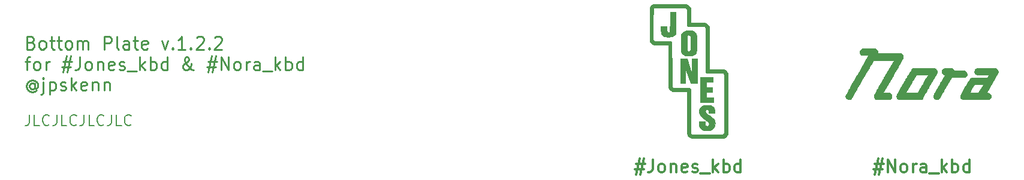
<source format=gto>
%TF.GenerationSoftware,KiCad,Pcbnew,(6.0.1-0)*%
%TF.CreationDate,2022-02-13T08:08:59+09:00*%
%TF.ProjectId,Nora_plate_bottom,4e6f7261-5f70-46c6-9174-655f626f7474,v.1 (042)*%
%TF.SameCoordinates,Original*%
%TF.FileFunction,Legend,Top*%
%TF.FilePolarity,Positive*%
%FSLAX46Y46*%
G04 Gerber Fmt 4.6, Leading zero omitted, Abs format (unit mm)*
G04 Created by KiCad (PCBNEW (6.0.1-0)) date 2022-02-13 08:08:59*
%MOMM*%
%LPD*%
G01*
G04 APERTURE LIST*
%ADD10C,0.240000*%
%ADD11C,0.200000*%
%ADD12C,0.300000*%
%ADD13C,0.010000*%
G04 APERTURE END LIST*
D10*
X92184571Y-62973428D02*
X92441714Y-63059142D01*
X92527428Y-63144857D01*
X92613142Y-63316285D01*
X92613142Y-63573428D01*
X92527428Y-63744857D01*
X92441714Y-63830571D01*
X92270285Y-63916285D01*
X91584571Y-63916285D01*
X91584571Y-62116285D01*
X92184571Y-62116285D01*
X92356000Y-62202000D01*
X92441714Y-62287714D01*
X92527428Y-62459142D01*
X92527428Y-62630571D01*
X92441714Y-62802000D01*
X92356000Y-62887714D01*
X92184571Y-62973428D01*
X91584571Y-62973428D01*
X93641714Y-63916285D02*
X93470285Y-63830571D01*
X93384571Y-63744857D01*
X93298857Y-63573428D01*
X93298857Y-63059142D01*
X93384571Y-62887714D01*
X93470285Y-62802000D01*
X93641714Y-62716285D01*
X93898857Y-62716285D01*
X94070285Y-62802000D01*
X94156000Y-62887714D01*
X94241714Y-63059142D01*
X94241714Y-63573428D01*
X94156000Y-63744857D01*
X94070285Y-63830571D01*
X93898857Y-63916285D01*
X93641714Y-63916285D01*
X94756000Y-62716285D02*
X95441714Y-62716285D01*
X95013142Y-62116285D02*
X95013142Y-63659142D01*
X95098857Y-63830571D01*
X95270285Y-63916285D01*
X95441714Y-63916285D01*
X95784571Y-62716285D02*
X96470285Y-62716285D01*
X96041714Y-62116285D02*
X96041714Y-63659142D01*
X96127428Y-63830571D01*
X96298857Y-63916285D01*
X96470285Y-63916285D01*
X97327428Y-63916285D02*
X97156000Y-63830571D01*
X97070285Y-63744857D01*
X96984571Y-63573428D01*
X96984571Y-63059142D01*
X97070285Y-62887714D01*
X97156000Y-62802000D01*
X97327428Y-62716285D01*
X97584571Y-62716285D01*
X97756000Y-62802000D01*
X97841714Y-62887714D01*
X97927428Y-63059142D01*
X97927428Y-63573428D01*
X97841714Y-63744857D01*
X97756000Y-63830571D01*
X97584571Y-63916285D01*
X97327428Y-63916285D01*
X98698857Y-63916285D02*
X98698857Y-62716285D01*
X98698857Y-62887714D02*
X98784571Y-62802000D01*
X98956000Y-62716285D01*
X99213142Y-62716285D01*
X99384571Y-62802000D01*
X99470285Y-62973428D01*
X99470285Y-63916285D01*
X99470285Y-62973428D02*
X99556000Y-62802000D01*
X99727428Y-62716285D01*
X99984571Y-62716285D01*
X100156000Y-62802000D01*
X100241714Y-62973428D01*
X100241714Y-63916285D01*
X102470285Y-63916285D02*
X102470285Y-62116285D01*
X103156000Y-62116285D01*
X103327428Y-62202000D01*
X103413142Y-62287714D01*
X103498857Y-62459142D01*
X103498857Y-62716285D01*
X103413142Y-62887714D01*
X103327428Y-62973428D01*
X103156000Y-63059142D01*
X102470285Y-63059142D01*
X104527428Y-63916285D02*
X104356000Y-63830571D01*
X104270285Y-63659142D01*
X104270285Y-62116285D01*
X105984571Y-63916285D02*
X105984571Y-62973428D01*
X105898857Y-62802000D01*
X105727428Y-62716285D01*
X105384571Y-62716285D01*
X105213142Y-62802000D01*
X105984571Y-63830571D02*
X105813142Y-63916285D01*
X105384571Y-63916285D01*
X105213142Y-63830571D01*
X105127428Y-63659142D01*
X105127428Y-63487714D01*
X105213142Y-63316285D01*
X105384571Y-63230571D01*
X105813142Y-63230571D01*
X105984571Y-63144857D01*
X106584571Y-62716285D02*
X107270285Y-62716285D01*
X106841714Y-62116285D02*
X106841714Y-63659142D01*
X106927428Y-63830571D01*
X107098857Y-63916285D01*
X107270285Y-63916285D01*
X108556000Y-63830571D02*
X108384571Y-63916285D01*
X108041714Y-63916285D01*
X107870285Y-63830571D01*
X107784571Y-63659142D01*
X107784571Y-62973428D01*
X107870285Y-62802000D01*
X108041714Y-62716285D01*
X108384571Y-62716285D01*
X108556000Y-62802000D01*
X108641714Y-62973428D01*
X108641714Y-63144857D01*
X107784571Y-63316285D01*
X110613142Y-62716285D02*
X111041714Y-63916285D01*
X111470285Y-62716285D01*
X112156000Y-63744857D02*
X112241714Y-63830571D01*
X112156000Y-63916285D01*
X112070285Y-63830571D01*
X112156000Y-63744857D01*
X112156000Y-63916285D01*
X113956000Y-63916285D02*
X112927428Y-63916285D01*
X113441714Y-63916285D02*
X113441714Y-62116285D01*
X113270285Y-62373428D01*
X113098857Y-62544857D01*
X112927428Y-62630571D01*
X114727428Y-63744857D02*
X114813142Y-63830571D01*
X114727428Y-63916285D01*
X114641714Y-63830571D01*
X114727428Y-63744857D01*
X114727428Y-63916285D01*
X115498857Y-62287714D02*
X115584571Y-62202000D01*
X115756000Y-62116285D01*
X116184571Y-62116285D01*
X116356000Y-62202000D01*
X116441714Y-62287714D01*
X116527428Y-62459142D01*
X116527428Y-62630571D01*
X116441714Y-62887714D01*
X115413142Y-63916285D01*
X116527428Y-63916285D01*
X117298857Y-63744857D02*
X117384571Y-63830571D01*
X117298857Y-63916285D01*
X117213142Y-63830571D01*
X117298857Y-63744857D01*
X117298857Y-63916285D01*
X118070285Y-62287714D02*
X118156000Y-62202000D01*
X118327428Y-62116285D01*
X118756000Y-62116285D01*
X118927428Y-62202000D01*
X119013142Y-62287714D01*
X119098857Y-62459142D01*
X119098857Y-62630571D01*
X119013142Y-62887714D01*
X117984571Y-63916285D01*
X119098857Y-63916285D01*
X91327428Y-65614285D02*
X92013142Y-65614285D01*
X91584571Y-66814285D02*
X91584571Y-65271428D01*
X91670285Y-65100000D01*
X91841714Y-65014285D01*
X92013142Y-65014285D01*
X92870285Y-66814285D02*
X92698857Y-66728571D01*
X92613142Y-66642857D01*
X92527428Y-66471428D01*
X92527428Y-65957142D01*
X92613142Y-65785714D01*
X92698857Y-65700000D01*
X92870285Y-65614285D01*
X93127428Y-65614285D01*
X93298857Y-65700000D01*
X93384571Y-65785714D01*
X93470285Y-65957142D01*
X93470285Y-66471428D01*
X93384571Y-66642857D01*
X93298857Y-66728571D01*
X93127428Y-66814285D01*
X92870285Y-66814285D01*
X94241714Y-66814285D02*
X94241714Y-65614285D01*
X94241714Y-65957142D02*
X94327428Y-65785714D01*
X94413142Y-65700000D01*
X94584571Y-65614285D01*
X94756000Y-65614285D01*
X96641714Y-65614285D02*
X97927428Y-65614285D01*
X97156000Y-64842857D02*
X96641714Y-67157142D01*
X97756000Y-66385714D02*
X96470285Y-66385714D01*
X97241714Y-67157142D02*
X97756000Y-64842857D01*
X99041714Y-65014285D02*
X99041714Y-66300000D01*
X98956000Y-66557142D01*
X98784571Y-66728571D01*
X98527428Y-66814285D01*
X98356000Y-66814285D01*
X100156000Y-66814285D02*
X99984571Y-66728571D01*
X99898857Y-66642857D01*
X99813142Y-66471428D01*
X99813142Y-65957142D01*
X99898857Y-65785714D01*
X99984571Y-65700000D01*
X100156000Y-65614285D01*
X100413142Y-65614285D01*
X100584571Y-65700000D01*
X100670285Y-65785714D01*
X100756000Y-65957142D01*
X100756000Y-66471428D01*
X100670285Y-66642857D01*
X100584571Y-66728571D01*
X100413142Y-66814285D01*
X100156000Y-66814285D01*
X101527428Y-65614285D02*
X101527428Y-66814285D01*
X101527428Y-65785714D02*
X101613142Y-65700000D01*
X101784571Y-65614285D01*
X102041714Y-65614285D01*
X102213142Y-65700000D01*
X102298857Y-65871428D01*
X102298857Y-66814285D01*
X103841714Y-66728571D02*
X103670285Y-66814285D01*
X103327428Y-66814285D01*
X103156000Y-66728571D01*
X103070285Y-66557142D01*
X103070285Y-65871428D01*
X103156000Y-65700000D01*
X103327428Y-65614285D01*
X103670285Y-65614285D01*
X103841714Y-65700000D01*
X103927428Y-65871428D01*
X103927428Y-66042857D01*
X103070285Y-66214285D01*
X104613142Y-66728571D02*
X104784571Y-66814285D01*
X105127428Y-66814285D01*
X105298857Y-66728571D01*
X105384571Y-66557142D01*
X105384571Y-66471428D01*
X105298857Y-66300000D01*
X105127428Y-66214285D01*
X104870285Y-66214285D01*
X104698857Y-66128571D01*
X104613142Y-65957142D01*
X104613142Y-65871428D01*
X104698857Y-65700000D01*
X104870285Y-65614285D01*
X105127428Y-65614285D01*
X105298857Y-65700000D01*
X105727428Y-66985714D02*
X107098857Y-66985714D01*
X107527428Y-66814285D02*
X107527428Y-65014285D01*
X107698857Y-66128571D02*
X108213142Y-66814285D01*
X108213142Y-65614285D02*
X107527428Y-66300000D01*
X108984571Y-66814285D02*
X108984571Y-65014285D01*
X108984571Y-65700000D02*
X109156000Y-65614285D01*
X109498857Y-65614285D01*
X109670285Y-65700000D01*
X109756000Y-65785714D01*
X109841714Y-65957142D01*
X109841714Y-66471428D01*
X109756000Y-66642857D01*
X109670285Y-66728571D01*
X109498857Y-66814285D01*
X109156000Y-66814285D01*
X108984571Y-66728571D01*
X111384571Y-66814285D02*
X111384571Y-65014285D01*
X111384571Y-66728571D02*
X111213142Y-66814285D01*
X110870285Y-66814285D01*
X110698857Y-66728571D01*
X110613142Y-66642857D01*
X110527428Y-66471428D01*
X110527428Y-65957142D01*
X110613142Y-65785714D01*
X110698857Y-65700000D01*
X110870285Y-65614285D01*
X111213142Y-65614285D01*
X111384571Y-65700000D01*
X115070285Y-66814285D02*
X114984571Y-66814285D01*
X114813142Y-66728571D01*
X114556000Y-66471428D01*
X114127428Y-65957142D01*
X113956000Y-65700000D01*
X113870285Y-65442857D01*
X113870285Y-65271428D01*
X113956000Y-65100000D01*
X114127428Y-65014285D01*
X114213142Y-65014285D01*
X114384571Y-65100000D01*
X114470285Y-65271428D01*
X114470285Y-65357142D01*
X114384571Y-65528571D01*
X114298857Y-65614285D01*
X113784571Y-65957142D01*
X113698857Y-66042857D01*
X113613142Y-66214285D01*
X113613142Y-66471428D01*
X113698857Y-66642857D01*
X113784571Y-66728571D01*
X113956000Y-66814285D01*
X114213142Y-66814285D01*
X114384571Y-66728571D01*
X114470285Y-66642857D01*
X114727428Y-66300000D01*
X114813142Y-66042857D01*
X114813142Y-65871428D01*
X117127428Y-65614285D02*
X118413142Y-65614285D01*
X117641714Y-64842857D02*
X117127428Y-67157142D01*
X118241714Y-66385714D02*
X116956000Y-66385714D01*
X117727428Y-67157142D02*
X118241714Y-64842857D01*
X119013142Y-66814285D02*
X119013142Y-65014285D01*
X120041714Y-66814285D01*
X120041714Y-65014285D01*
X121156000Y-66814285D02*
X120984571Y-66728571D01*
X120898857Y-66642857D01*
X120813142Y-66471428D01*
X120813142Y-65957142D01*
X120898857Y-65785714D01*
X120984571Y-65700000D01*
X121156000Y-65614285D01*
X121413142Y-65614285D01*
X121584571Y-65700000D01*
X121670285Y-65785714D01*
X121756000Y-65957142D01*
X121756000Y-66471428D01*
X121670285Y-66642857D01*
X121584571Y-66728571D01*
X121413142Y-66814285D01*
X121156000Y-66814285D01*
X122527428Y-66814285D02*
X122527428Y-65614285D01*
X122527428Y-65957142D02*
X122613142Y-65785714D01*
X122698857Y-65700000D01*
X122870285Y-65614285D01*
X123041714Y-65614285D01*
X124413142Y-66814285D02*
X124413142Y-65871428D01*
X124327428Y-65700000D01*
X124156000Y-65614285D01*
X123813142Y-65614285D01*
X123641714Y-65700000D01*
X124413142Y-66728571D02*
X124241714Y-66814285D01*
X123813142Y-66814285D01*
X123641714Y-66728571D01*
X123556000Y-66557142D01*
X123556000Y-66385714D01*
X123641714Y-66214285D01*
X123813142Y-66128571D01*
X124241714Y-66128571D01*
X124413142Y-66042857D01*
X124841714Y-66985714D02*
X126213142Y-66985714D01*
X126641714Y-66814285D02*
X126641714Y-65014285D01*
X126813142Y-66128571D02*
X127327428Y-66814285D01*
X127327428Y-65614285D02*
X126641714Y-66300000D01*
X128098857Y-66814285D02*
X128098857Y-65014285D01*
X128098857Y-65700000D02*
X128270285Y-65614285D01*
X128613142Y-65614285D01*
X128784571Y-65700000D01*
X128870285Y-65785714D01*
X128956000Y-65957142D01*
X128956000Y-66471428D01*
X128870285Y-66642857D01*
X128784571Y-66728571D01*
X128613142Y-66814285D01*
X128270285Y-66814285D01*
X128098857Y-66728571D01*
X130498857Y-66814285D02*
X130498857Y-65014285D01*
X130498857Y-66728571D02*
X130327428Y-66814285D01*
X129984571Y-66814285D01*
X129813142Y-66728571D01*
X129727428Y-66642857D01*
X129641714Y-66471428D01*
X129641714Y-65957142D01*
X129727428Y-65785714D01*
X129813142Y-65700000D01*
X129984571Y-65614285D01*
X130327428Y-65614285D01*
X130498857Y-65700000D01*
X92698857Y-68855142D02*
X92613142Y-68769428D01*
X92441714Y-68683714D01*
X92270285Y-68683714D01*
X92098857Y-68769428D01*
X92013142Y-68855142D01*
X91927428Y-69026571D01*
X91927428Y-69198000D01*
X92013142Y-69369428D01*
X92098857Y-69455142D01*
X92270285Y-69540857D01*
X92441714Y-69540857D01*
X92613142Y-69455142D01*
X92698857Y-69369428D01*
X92698857Y-68683714D02*
X92698857Y-69369428D01*
X92784571Y-69455142D01*
X92870285Y-69455142D01*
X93041714Y-69369428D01*
X93127428Y-69198000D01*
X93127428Y-68769428D01*
X92956000Y-68512285D01*
X92698857Y-68340857D01*
X92356000Y-68255142D01*
X92013142Y-68340857D01*
X91756000Y-68512285D01*
X91584571Y-68769428D01*
X91498857Y-69112285D01*
X91584571Y-69455142D01*
X91756000Y-69712285D01*
X92013142Y-69883714D01*
X92356000Y-69969428D01*
X92698857Y-69883714D01*
X92956000Y-69712285D01*
X93898857Y-68512285D02*
X93898857Y-70055142D01*
X93813142Y-70226571D01*
X93641714Y-70312285D01*
X93556000Y-70312285D01*
X93898857Y-67912285D02*
X93813142Y-67998000D01*
X93898857Y-68083714D01*
X93984571Y-67998000D01*
X93898857Y-67912285D01*
X93898857Y-68083714D01*
X94756000Y-68512285D02*
X94756000Y-70312285D01*
X94756000Y-68598000D02*
X94927428Y-68512285D01*
X95270285Y-68512285D01*
X95441714Y-68598000D01*
X95527428Y-68683714D01*
X95613142Y-68855142D01*
X95613142Y-69369428D01*
X95527428Y-69540857D01*
X95441714Y-69626571D01*
X95270285Y-69712285D01*
X94927428Y-69712285D01*
X94756000Y-69626571D01*
X96298857Y-69626571D02*
X96470285Y-69712285D01*
X96813142Y-69712285D01*
X96984571Y-69626571D01*
X97070285Y-69455142D01*
X97070285Y-69369428D01*
X96984571Y-69198000D01*
X96813142Y-69112285D01*
X96556000Y-69112285D01*
X96384571Y-69026571D01*
X96298857Y-68855142D01*
X96298857Y-68769428D01*
X96384571Y-68598000D01*
X96556000Y-68512285D01*
X96813142Y-68512285D01*
X96984571Y-68598000D01*
X97841714Y-69712285D02*
X97841714Y-67912285D01*
X98013142Y-69026571D02*
X98527428Y-69712285D01*
X98527428Y-68512285D02*
X97841714Y-69198000D01*
X99984571Y-69626571D02*
X99813142Y-69712285D01*
X99470285Y-69712285D01*
X99298857Y-69626571D01*
X99213142Y-69455142D01*
X99213142Y-68769428D01*
X99298857Y-68598000D01*
X99470285Y-68512285D01*
X99813142Y-68512285D01*
X99984571Y-68598000D01*
X100070285Y-68769428D01*
X100070285Y-68940857D01*
X99213142Y-69112285D01*
X100841714Y-68512285D02*
X100841714Y-69712285D01*
X100841714Y-68683714D02*
X100927428Y-68598000D01*
X101098857Y-68512285D01*
X101356000Y-68512285D01*
X101527428Y-68598000D01*
X101613142Y-68769428D01*
X101613142Y-69712285D01*
X102470285Y-68512285D02*
X102470285Y-69712285D01*
X102470285Y-68683714D02*
X102556000Y-68598000D01*
X102727428Y-68512285D01*
X102984571Y-68512285D01*
X103156000Y-68598000D01*
X103241714Y-68769428D01*
X103241714Y-69712285D01*
D11*
X91915714Y-73178571D02*
X91915714Y-74250000D01*
X91844285Y-74464285D01*
X91701428Y-74607142D01*
X91487142Y-74678571D01*
X91344285Y-74678571D01*
X93344285Y-74678571D02*
X92630000Y-74678571D01*
X92630000Y-73178571D01*
X94701428Y-74535714D02*
X94630000Y-74607142D01*
X94415714Y-74678571D01*
X94272857Y-74678571D01*
X94058571Y-74607142D01*
X93915714Y-74464285D01*
X93844285Y-74321428D01*
X93772857Y-74035714D01*
X93772857Y-73821428D01*
X93844285Y-73535714D01*
X93915714Y-73392857D01*
X94058571Y-73250000D01*
X94272857Y-73178571D01*
X94415714Y-73178571D01*
X94630000Y-73250000D01*
X94701428Y-73321428D01*
X95772857Y-73178571D02*
X95772857Y-74250000D01*
X95701428Y-74464285D01*
X95558571Y-74607142D01*
X95344285Y-74678571D01*
X95201428Y-74678571D01*
X97201428Y-74678571D02*
X96487142Y-74678571D01*
X96487142Y-73178571D01*
X98558571Y-74535714D02*
X98487142Y-74607142D01*
X98272857Y-74678571D01*
X98130000Y-74678571D01*
X97915714Y-74607142D01*
X97772857Y-74464285D01*
X97701428Y-74321428D01*
X97630000Y-74035714D01*
X97630000Y-73821428D01*
X97701428Y-73535714D01*
X97772857Y-73392857D01*
X97915714Y-73250000D01*
X98130000Y-73178571D01*
X98272857Y-73178571D01*
X98487142Y-73250000D01*
X98558571Y-73321428D01*
X99630000Y-73178571D02*
X99630000Y-74250000D01*
X99558571Y-74464285D01*
X99415714Y-74607142D01*
X99201428Y-74678571D01*
X99058571Y-74678571D01*
X101058571Y-74678571D02*
X100344285Y-74678571D01*
X100344285Y-73178571D01*
X102415714Y-74535714D02*
X102344285Y-74607142D01*
X102130000Y-74678571D01*
X101987142Y-74678571D01*
X101772857Y-74607142D01*
X101630000Y-74464285D01*
X101558571Y-74321428D01*
X101487142Y-74035714D01*
X101487142Y-73821428D01*
X101558571Y-73535714D01*
X101630000Y-73392857D01*
X101772857Y-73250000D01*
X101987142Y-73178571D01*
X102130000Y-73178571D01*
X102344285Y-73250000D01*
X102415714Y-73321428D01*
X103487142Y-73178571D02*
X103487142Y-74250000D01*
X103415714Y-74464285D01*
X103272857Y-74607142D01*
X103058571Y-74678571D01*
X102915714Y-74678571D01*
X104915714Y-74678571D02*
X104201428Y-74678571D01*
X104201428Y-73178571D01*
X106272857Y-74535714D02*
X106201428Y-74607142D01*
X105987142Y-74678571D01*
X105844285Y-74678571D01*
X105630000Y-74607142D01*
X105487142Y-74464285D01*
X105415714Y-74321428D01*
X105344285Y-74035714D01*
X105344285Y-73821428D01*
X105415714Y-73535714D01*
X105487142Y-73392857D01*
X105630000Y-73250000D01*
X105844285Y-73178571D01*
X105987142Y-73178571D01*
X106201428Y-73250000D01*
X106272857Y-73321428D01*
D12*
%TO.C,G\u002A\u002A\u002A*%
X211271428Y-80114285D02*
X212557142Y-80114285D01*
X211785714Y-79342857D02*
X211271428Y-81657142D01*
X212385714Y-80885714D02*
X211100000Y-80885714D01*
X211871428Y-81657142D02*
X212385714Y-79342857D01*
X213157142Y-81314285D02*
X213157142Y-79514285D01*
X214185714Y-81314285D01*
X214185714Y-79514285D01*
X215300000Y-81314285D02*
X215128571Y-81228571D01*
X215042857Y-81142857D01*
X214957142Y-80971428D01*
X214957142Y-80457142D01*
X215042857Y-80285714D01*
X215128571Y-80200000D01*
X215300000Y-80114285D01*
X215557142Y-80114285D01*
X215728571Y-80200000D01*
X215814285Y-80285714D01*
X215900000Y-80457142D01*
X215900000Y-80971428D01*
X215814285Y-81142857D01*
X215728571Y-81228571D01*
X215557142Y-81314285D01*
X215300000Y-81314285D01*
X216671428Y-81314285D02*
X216671428Y-80114285D01*
X216671428Y-80457142D02*
X216757142Y-80285714D01*
X216842857Y-80200000D01*
X217014285Y-80114285D01*
X217185714Y-80114285D01*
X218557142Y-81314285D02*
X218557142Y-80371428D01*
X218471428Y-80200000D01*
X218300000Y-80114285D01*
X217957142Y-80114285D01*
X217785714Y-80200000D01*
X218557142Y-81228571D02*
X218385714Y-81314285D01*
X217957142Y-81314285D01*
X217785714Y-81228571D01*
X217700000Y-81057142D01*
X217700000Y-80885714D01*
X217785714Y-80714285D01*
X217957142Y-80628571D01*
X218385714Y-80628571D01*
X218557142Y-80542857D01*
X218985714Y-81485714D02*
X220357142Y-81485714D01*
X220785714Y-81314285D02*
X220785714Y-79514285D01*
X220957142Y-80628571D02*
X221471428Y-81314285D01*
X221471428Y-80114285D02*
X220785714Y-80800000D01*
X222242857Y-81314285D02*
X222242857Y-79514285D01*
X222242857Y-80200000D02*
X222414285Y-80114285D01*
X222757142Y-80114285D01*
X222928571Y-80200000D01*
X223014285Y-80285714D01*
X223100000Y-80457142D01*
X223100000Y-80971428D01*
X223014285Y-81142857D01*
X222928571Y-81228571D01*
X222757142Y-81314285D01*
X222414285Y-81314285D01*
X222242857Y-81228571D01*
X224642857Y-81314285D02*
X224642857Y-79514285D01*
X224642857Y-81228571D02*
X224471428Y-81314285D01*
X224128571Y-81314285D01*
X223957142Y-81228571D01*
X223871428Y-81142857D01*
X223785714Y-80971428D01*
X223785714Y-80457142D01*
X223871428Y-80285714D01*
X223957142Y-80200000D01*
X224128571Y-80114285D01*
X224471428Y-80114285D01*
X224642857Y-80200000D01*
X177585714Y-80114285D02*
X178871428Y-80114285D01*
X178100000Y-79342857D02*
X177585714Y-81657142D01*
X178700000Y-80885714D02*
X177414285Y-80885714D01*
X178185714Y-81657142D02*
X178700000Y-79342857D01*
X179985714Y-79514285D02*
X179985714Y-80800000D01*
X179900000Y-81057142D01*
X179728571Y-81228571D01*
X179471428Y-81314285D01*
X179300000Y-81314285D01*
X181100000Y-81314285D02*
X180928571Y-81228571D01*
X180842857Y-81142857D01*
X180757142Y-80971428D01*
X180757142Y-80457142D01*
X180842857Y-80285714D01*
X180928571Y-80200000D01*
X181100000Y-80114285D01*
X181357142Y-80114285D01*
X181528571Y-80200000D01*
X181614285Y-80285714D01*
X181700000Y-80457142D01*
X181700000Y-80971428D01*
X181614285Y-81142857D01*
X181528571Y-81228571D01*
X181357142Y-81314285D01*
X181100000Y-81314285D01*
X182471428Y-80114285D02*
X182471428Y-81314285D01*
X182471428Y-80285714D02*
X182557142Y-80200000D01*
X182728571Y-80114285D01*
X182985714Y-80114285D01*
X183157142Y-80200000D01*
X183242857Y-80371428D01*
X183242857Y-81314285D01*
X184785714Y-81228571D02*
X184614285Y-81314285D01*
X184271428Y-81314285D01*
X184100000Y-81228571D01*
X184014285Y-81057142D01*
X184014285Y-80371428D01*
X184100000Y-80200000D01*
X184271428Y-80114285D01*
X184614285Y-80114285D01*
X184785714Y-80200000D01*
X184871428Y-80371428D01*
X184871428Y-80542857D01*
X184014285Y-80714285D01*
X185557142Y-81228571D02*
X185728571Y-81314285D01*
X186071428Y-81314285D01*
X186242857Y-81228571D01*
X186328571Y-81057142D01*
X186328571Y-80971428D01*
X186242857Y-80800000D01*
X186071428Y-80714285D01*
X185814285Y-80714285D01*
X185642857Y-80628571D01*
X185557142Y-80457142D01*
X185557142Y-80371428D01*
X185642857Y-80200000D01*
X185814285Y-80114285D01*
X186071428Y-80114285D01*
X186242857Y-80200000D01*
X186671428Y-81485714D02*
X188042857Y-81485714D01*
X188471428Y-81314285D02*
X188471428Y-79514285D01*
X188642857Y-80628571D02*
X189157142Y-81314285D01*
X189157142Y-80114285D02*
X188471428Y-80800000D01*
X189928571Y-81314285D02*
X189928571Y-79514285D01*
X189928571Y-80200000D02*
X190100000Y-80114285D01*
X190442857Y-80114285D01*
X190614285Y-80200000D01*
X190700000Y-80285714D01*
X190785714Y-80457142D01*
X190785714Y-80971428D01*
X190700000Y-81142857D01*
X190614285Y-81228571D01*
X190442857Y-81314285D01*
X190100000Y-81314285D01*
X189928571Y-81228571D01*
X192328571Y-81314285D02*
X192328571Y-79514285D01*
X192328571Y-81228571D02*
X192157142Y-81314285D01*
X191814285Y-81314285D01*
X191642857Y-81228571D01*
X191557142Y-81142857D01*
X191471428Y-80971428D01*
X191471428Y-80457142D01*
X191557142Y-80285714D01*
X191642857Y-80200000D01*
X191814285Y-80114285D01*
X192157142Y-80114285D01*
X192328571Y-80200000D01*
G36*
X221846349Y-66579635D02*
G01*
X221973467Y-66581052D01*
X222070452Y-66583891D01*
X222143401Y-66588543D01*
X222198411Y-66595401D01*
X222241580Y-66604854D01*
X222279006Y-66617295D01*
X222279612Y-66617529D01*
X222367872Y-66667105D01*
X222455364Y-66741754D01*
X222526758Y-66827057D01*
X222555202Y-66876720D01*
X222578795Y-66928500D01*
X223285161Y-66928500D01*
X223484227Y-66928788D01*
X223645444Y-66929776D01*
X223773289Y-66931648D01*
X223872243Y-66934590D01*
X223946785Y-66938787D01*
X224001395Y-66944425D01*
X224040552Y-66951688D01*
X224068736Y-66960761D01*
X224069082Y-66960905D01*
X224200526Y-67036329D01*
X224299045Y-67137787D01*
X224362965Y-67262754D01*
X224390611Y-67408709D01*
X224391662Y-67447084D01*
X224374107Y-67592252D01*
X224320443Y-67717616D01*
X224234375Y-67823142D01*
X224199576Y-67855907D01*
X224165903Y-67883224D01*
X224129306Y-67905591D01*
X224085734Y-67923507D01*
X224031134Y-67937471D01*
X223961456Y-67947983D01*
X223872647Y-67955540D01*
X223760657Y-67960643D01*
X223621434Y-67963790D01*
X223450925Y-67965479D01*
X223245081Y-67966211D01*
X223070938Y-67966426D01*
X222180417Y-67967186D01*
X221354917Y-69409908D01*
X221223667Y-69638836D01*
X221097301Y-69858364D01*
X220977556Y-70065527D01*
X220866172Y-70257356D01*
X220764887Y-70430883D01*
X220675438Y-70583143D01*
X220599566Y-70711167D01*
X220539008Y-70811988D01*
X220495503Y-70882640D01*
X220470790Y-70920153D01*
X220467921Y-70923812D01*
X220370598Y-71006259D01*
X220249386Y-71063185D01*
X220116209Y-71091636D01*
X219982993Y-71088661D01*
X219894650Y-71065747D01*
X219799682Y-71012685D01*
X219707670Y-70932528D01*
X219632970Y-70838948D01*
X219606608Y-70791417D01*
X219578106Y-70694396D01*
X219568448Y-70578824D01*
X219578207Y-70464338D01*
X219595223Y-70399834D01*
X219610025Y-70369684D01*
X219644274Y-70305952D01*
X219696237Y-70211712D01*
X219764179Y-70090034D01*
X219846368Y-69943992D01*
X219941068Y-69776657D01*
X220046547Y-69591102D01*
X220161071Y-69390399D01*
X220282906Y-69177620D01*
X220398627Y-68976159D01*
X220524624Y-68757020D01*
X220644274Y-68548693D01*
X220755928Y-68354067D01*
X220857936Y-68176027D01*
X220948646Y-68017463D01*
X221026409Y-67881261D01*
X221089574Y-67770307D01*
X221136492Y-67687490D01*
X221165511Y-67635697D01*
X221175000Y-67617842D01*
X221157072Y-67606339D01*
X221112563Y-67588666D01*
X221098150Y-67583754D01*
X221007696Y-67537086D01*
X220918501Y-67462752D01*
X220844188Y-67373575D01*
X220809659Y-67312246D01*
X220771485Y-67176763D01*
X220771071Y-67036589D01*
X220806442Y-66901069D01*
X220875623Y-66779553D01*
X220936009Y-66714096D01*
X220982709Y-66674270D01*
X221027860Y-66643132D01*
X221077338Y-66619621D01*
X221137016Y-66602676D01*
X221212772Y-66591237D01*
X221310478Y-66584244D01*
X221436012Y-66580636D01*
X221595247Y-66579352D01*
X221683000Y-66579250D01*
X221846349Y-66579635D01*
G37*
G36*
X210484312Y-63795952D02*
G01*
X210735394Y-63796583D01*
X210951309Y-63798384D01*
X211130724Y-63801323D01*
X211272306Y-63805368D01*
X211374720Y-63810486D01*
X211436635Y-63816646D01*
X211448917Y-63819157D01*
X211535239Y-63861365D01*
X211632308Y-63943564D01*
X211641759Y-63953127D01*
X211732509Y-64069902D01*
X211782832Y-64195053D01*
X211794520Y-64333882D01*
X211789413Y-64389770D01*
X211775643Y-64493568D01*
X213413118Y-64499242D01*
X215050593Y-64504917D01*
X215154195Y-64568976D01*
X215259546Y-64657335D01*
X215337504Y-64770513D01*
X215384674Y-64899397D01*
X215397658Y-65034871D01*
X215375072Y-65161874D01*
X215361457Y-65189719D01*
X215327975Y-65252005D01*
X215275897Y-65346492D01*
X215206492Y-65470940D01*
X215121027Y-65623109D01*
X215020773Y-65800761D01*
X214906999Y-66001654D01*
X214780972Y-66223550D01*
X214643963Y-66464208D01*
X214497240Y-66721389D01*
X214342071Y-66992854D01*
X214179727Y-67276362D01*
X214011476Y-67569674D01*
X213967698Y-67645908D01*
X212586515Y-70050584D01*
X213014307Y-70061167D01*
X213442098Y-70071750D01*
X213545830Y-70135943D01*
X213658247Y-70224632D01*
X213733437Y-70330748D01*
X213774606Y-70459602D01*
X213783095Y-70529281D01*
X213779707Y-70676331D01*
X213744925Y-70799748D01*
X213676435Y-70906664D01*
X213651863Y-70933626D01*
X213617223Y-70969118D01*
X213585648Y-70998692D01*
X213553073Y-71022914D01*
X213515432Y-71042351D01*
X213468661Y-71057570D01*
X213408695Y-71069137D01*
X213331468Y-71077621D01*
X213232916Y-71083586D01*
X213108975Y-71087601D01*
X212955578Y-71090233D01*
X212768661Y-71092047D01*
X212544160Y-71093610D01*
X212502558Y-71093888D01*
X212281735Y-71095320D01*
X212099081Y-71096267D01*
X211950430Y-71096569D01*
X211831621Y-71096060D01*
X211738488Y-71094580D01*
X211666868Y-71091964D01*
X211612598Y-71088049D01*
X211571512Y-71082674D01*
X211539448Y-71075675D01*
X211512241Y-71066888D01*
X211485728Y-71056152D01*
X211480469Y-71053897D01*
X211358203Y-70980089D01*
X211262893Y-70879377D01*
X211197781Y-70759034D01*
X211166108Y-70626335D01*
X211171115Y-70488555D01*
X211192599Y-70407786D01*
X211206629Y-70379581D01*
X211240517Y-70316946D01*
X211292989Y-70222130D01*
X211362767Y-70097382D01*
X211448576Y-69944953D01*
X211549138Y-69767092D01*
X211663178Y-69566047D01*
X211789420Y-69344070D01*
X211926586Y-69103408D01*
X212073401Y-68846311D01*
X212228587Y-68575029D01*
X212390870Y-68291812D01*
X212558972Y-67998908D01*
X212596308Y-67933917D01*
X213970583Y-65542084D01*
X212583659Y-65536638D01*
X212295185Y-65535665D01*
X212046461Y-65535201D01*
X211834907Y-65535283D01*
X211657942Y-65535950D01*
X211512986Y-65537242D01*
X211397458Y-65539197D01*
X211308778Y-65541853D01*
X211244364Y-65545250D01*
X211201638Y-65549426D01*
X211178018Y-65554419D01*
X211171961Y-65557805D01*
X211158705Y-65578978D01*
X211125608Y-65634809D01*
X211073867Y-65723222D01*
X211004680Y-65842140D01*
X210919246Y-65989487D01*
X210818763Y-66163186D01*
X210704430Y-66361161D01*
X210577445Y-66581337D01*
X210439006Y-66821635D01*
X210290311Y-67079980D01*
X210132560Y-67354296D01*
X209966950Y-67642507D01*
X209794679Y-67942535D01*
X209629596Y-68230250D01*
X209451702Y-68540133D01*
X209278955Y-68840535D01*
X209112584Y-69129343D01*
X208953818Y-69404443D01*
X208803886Y-69663724D01*
X208664018Y-69905071D01*
X208535442Y-70126373D01*
X208419387Y-70325517D01*
X208317083Y-70500389D01*
X208229759Y-70648878D01*
X208158644Y-70768870D01*
X208104967Y-70858252D01*
X208069957Y-70914911D01*
X208055378Y-70936230D01*
X207998061Y-70985972D01*
X207928939Y-71031908D01*
X207915615Y-71039120D01*
X207835219Y-71067976D01*
X207736325Y-71086244D01*
X207636953Y-71091954D01*
X207555118Y-71083135D01*
X207543529Y-71079816D01*
X207409109Y-71016123D01*
X207300629Y-70925118D01*
X207221318Y-70812974D01*
X207174404Y-70685864D01*
X207163118Y-70549961D01*
X207190687Y-70411435D01*
X207191975Y-70407786D01*
X207205752Y-70380238D01*
X207239465Y-70318090D01*
X207291929Y-70223431D01*
X207361957Y-70098347D01*
X207448365Y-69944928D01*
X207549966Y-69765260D01*
X207665575Y-69561432D01*
X207794004Y-69335531D01*
X207934070Y-69089646D01*
X208084584Y-68825863D01*
X208244363Y-68546271D01*
X208412220Y-68252958D01*
X208586969Y-67948010D01*
X208767424Y-67633517D01*
X208798514Y-67579375D01*
X210375744Y-64833000D01*
X209970414Y-64832793D01*
X209828264Y-64832431D01*
X209721263Y-64831037D01*
X209642228Y-64827906D01*
X209583977Y-64822333D01*
X209539326Y-64813610D01*
X209501093Y-64801033D01*
X209462094Y-64783895D01*
X209459250Y-64782554D01*
X209333138Y-64703270D01*
X209242563Y-64601155D01*
X209187120Y-64475562D01*
X209166406Y-64325845D01*
X209166240Y-64313423D01*
X209184860Y-64166855D01*
X209240181Y-64038239D01*
X209328950Y-63932177D01*
X209447912Y-63853269D01*
X209509460Y-63828174D01*
X209539553Y-63819966D01*
X209579769Y-63813226D01*
X209634133Y-63807819D01*
X209706665Y-63803614D01*
X209801389Y-63800477D01*
X209922327Y-63798275D01*
X210073502Y-63796875D01*
X210258936Y-63796145D01*
X210482651Y-63795951D01*
X210484312Y-63795952D01*
G37*
G36*
X214661075Y-69908823D02*
G01*
X214755005Y-69744323D01*
X214859498Y-69561955D01*
X214972748Y-69364840D01*
X215092944Y-69156098D01*
X215218279Y-68938848D01*
X215346945Y-68716211D01*
X215477133Y-68491307D01*
X215607036Y-68267256D01*
X215734844Y-68047177D01*
X215858751Y-67834192D01*
X215976947Y-67631420D01*
X216087624Y-67441980D01*
X216188974Y-67268994D01*
X216279189Y-67115580D01*
X216356460Y-66984860D01*
X216418980Y-66879953D01*
X216464940Y-66803979D01*
X216492532Y-66760059D01*
X216498835Y-66751141D01*
X216562819Y-66690276D01*
X216639936Y-66637009D01*
X216664699Y-66624141D01*
X216683968Y-66615556D01*
X216704054Y-66608142D01*
X216728033Y-66601812D01*
X216758986Y-66596482D01*
X216799990Y-66592065D01*
X216854123Y-66588476D01*
X216924465Y-66585628D01*
X217014094Y-66583436D01*
X217126088Y-66581815D01*
X217263526Y-66580677D01*
X217429486Y-66579938D01*
X217627047Y-66579512D01*
X217859287Y-66579312D01*
X218129284Y-66579253D01*
X218275167Y-66579250D01*
X218574971Y-66579220D01*
X218835468Y-66579296D01*
X219059680Y-66579730D01*
X219250633Y-66580774D01*
X219411351Y-66582680D01*
X219544859Y-66585698D01*
X219654181Y-66590082D01*
X219742342Y-66596081D01*
X219812367Y-66603949D01*
X219867279Y-66613936D01*
X219910104Y-66626294D01*
X219943867Y-66641275D01*
X219971591Y-66659131D01*
X219996301Y-66680112D01*
X220021022Y-66704471D01*
X220042559Y-66726278D01*
X220127738Y-66838450D01*
X220180942Y-66967627D01*
X220199803Y-67103944D01*
X220181954Y-67237530D01*
X220172284Y-67267167D01*
X220158321Y-67294990D01*
X220124976Y-67356348D01*
X220074038Y-67448115D01*
X220007296Y-67567168D01*
X219926540Y-67710383D01*
X219833558Y-67874633D01*
X219730141Y-68056796D01*
X219618077Y-68253746D01*
X219499155Y-68462359D01*
X219375165Y-68679510D01*
X219247896Y-68902076D01*
X219119137Y-69126931D01*
X218990678Y-69350951D01*
X218864308Y-69571011D01*
X218741815Y-69783987D01*
X218624990Y-69986755D01*
X218515621Y-70176189D01*
X218415498Y-70349166D01*
X218326409Y-70502561D01*
X218250145Y-70633250D01*
X218188494Y-70738107D01*
X218143246Y-70814009D01*
X218116190Y-70857830D01*
X218115456Y-70858955D01*
X218031920Y-70959248D01*
X217942407Y-71028289D01*
X217841250Y-71087750D01*
X216306667Y-71092865D01*
X216014937Y-71093813D01*
X215762487Y-71094526D01*
X215546267Y-71094932D01*
X215363222Y-71094961D01*
X215210302Y-71094540D01*
X215084453Y-71093597D01*
X214982623Y-71092061D01*
X214901761Y-71089860D01*
X214838814Y-71086922D01*
X214790729Y-71083176D01*
X214754454Y-71078550D01*
X214726938Y-71072972D01*
X214705127Y-71066371D01*
X214685970Y-71058674D01*
X214676833Y-71054576D01*
X214546787Y-70976475D01*
X214453051Y-70876731D01*
X214394931Y-70754270D01*
X214371736Y-70608015D01*
X214371216Y-70579750D01*
X214375245Y-70484197D01*
X214390199Y-70410484D01*
X214420482Y-70338622D01*
X214427155Y-70325750D01*
X214460748Y-70263920D01*
X214512138Y-70171742D01*
X214574533Y-70061167D01*
X215781215Y-70061167D01*
X217375602Y-70061167D01*
X218010593Y-68956262D01*
X218126712Y-68754196D01*
X218238316Y-68559955D01*
X218343308Y-68377195D01*
X218439590Y-68209568D01*
X218525062Y-68060728D01*
X218597628Y-67934329D01*
X218655188Y-67834024D01*
X218695645Y-67763467D01*
X218715745Y-67728340D01*
X218785906Y-67605322D01*
X217985806Y-67610869D01*
X217185706Y-67616417D01*
X216845276Y-68209084D01*
X216743033Y-68387076D01*
X216626349Y-68590195D01*
X216501876Y-68806865D01*
X216376266Y-69025507D01*
X216256169Y-69234544D01*
X216148236Y-69422398D01*
X216143030Y-69431459D01*
X215781215Y-70061167D01*
X214574533Y-70061167D01*
X214579516Y-70052336D01*
X214661075Y-69908823D01*
G37*
G36*
X223708205Y-69841429D02*
G01*
X223804014Y-69669657D01*
X223905296Y-69489605D01*
X224009760Y-69305299D01*
X224115114Y-69120764D01*
X224219069Y-68940027D01*
X224319331Y-68767113D01*
X224413611Y-68606048D01*
X224499616Y-68460858D01*
X224575056Y-68335568D01*
X224637640Y-68234204D01*
X224685076Y-68160793D01*
X224715073Y-68119359D01*
X224717640Y-68116458D01*
X224779917Y-68062004D01*
X224855424Y-68012332D01*
X224879167Y-68000041D01*
X224901348Y-67990107D01*
X224924731Y-67981728D01*
X224952989Y-67974748D01*
X224989791Y-67969011D01*
X225038809Y-67964362D01*
X225103713Y-67960646D01*
X225188176Y-67957707D01*
X225295868Y-67955389D01*
X225430460Y-67953537D01*
X225595622Y-67951996D01*
X225795027Y-67950610D01*
X226032345Y-67949223D01*
X226085726Y-67948926D01*
X227197036Y-67942768D01*
X227281643Y-67790303D01*
X227321624Y-67717879D01*
X227353321Y-67659760D01*
X227371365Y-67625813D01*
X227373305Y-67621836D01*
X227354510Y-67618271D01*
X227297905Y-67614973D01*
X227208015Y-67612030D01*
X227089365Y-67609536D01*
X226946478Y-67607581D01*
X226783878Y-67606256D01*
X226606089Y-67605653D01*
X226568972Y-67605627D01*
X226362383Y-67605531D01*
X226193651Y-67605196D01*
X226058301Y-67604375D01*
X225951857Y-67602822D01*
X225869843Y-67600290D01*
X225807782Y-67596532D01*
X225761200Y-67591303D01*
X225725620Y-67584356D01*
X225696567Y-67575444D01*
X225669564Y-67564320D01*
X225649273Y-67554988D01*
X225533623Y-67480518D01*
X225448455Y-67383383D01*
X225393535Y-67270049D01*
X225368628Y-67146982D01*
X225373499Y-67020645D01*
X225407912Y-66897506D01*
X225471634Y-66784029D01*
X225564429Y-66686679D01*
X225683500Y-66613084D01*
X225702645Y-66606079D01*
X225729192Y-66600096D01*
X225766355Y-66595057D01*
X225817347Y-66590884D01*
X225885383Y-66587498D01*
X225973677Y-66584821D01*
X226085443Y-66582774D01*
X226223895Y-66581280D01*
X226392247Y-66580258D01*
X226593713Y-66579632D01*
X226831508Y-66579323D01*
X227069917Y-66579250D01*
X227339859Y-66579319D01*
X227570803Y-66579586D01*
X227766086Y-66580142D01*
X227929043Y-66581078D01*
X228063010Y-66582483D01*
X228171321Y-66584448D01*
X228257314Y-66587063D01*
X228324323Y-66590420D01*
X228375685Y-66594608D01*
X228414735Y-66599718D01*
X228444808Y-66605841D01*
X228469241Y-66613066D01*
X228481446Y-66617529D01*
X228577082Y-66671900D01*
X228668025Y-66753781D01*
X228740330Y-66849372D01*
X228765307Y-66898408D01*
X228787443Y-66986735D01*
X228793790Y-67095226D01*
X228784343Y-67204769D01*
X228765387Y-67280381D01*
X228750134Y-67311879D01*
X228715428Y-67376919D01*
X228663015Y-67472398D01*
X228594643Y-67595215D01*
X228512057Y-67742268D01*
X228417007Y-67910457D01*
X228311237Y-68096679D01*
X228196496Y-68297834D01*
X228074530Y-68510819D01*
X227962075Y-68706500D01*
X227188377Y-70050584D01*
X227309063Y-70063791D01*
X227417108Y-70080539D01*
X227499755Y-70108083D01*
X227573806Y-70153852D01*
X227639692Y-70210004D01*
X227728509Y-70317919D01*
X227781587Y-70439691D01*
X227800115Y-70568473D01*
X227785279Y-70697418D01*
X227738266Y-70819679D01*
X227660263Y-70928407D01*
X227552456Y-71016755D01*
X227494427Y-71048090D01*
X227387417Y-71097920D01*
X225588250Y-71097198D01*
X225258115Y-71096951D01*
X224967850Y-71096467D01*
X224714994Y-71095707D01*
X224497085Y-71094633D01*
X224311660Y-71093208D01*
X224156257Y-71091393D01*
X224028415Y-71089151D01*
X223925670Y-71086442D01*
X223845561Y-71083229D01*
X223785626Y-71079475D01*
X223743403Y-71075140D01*
X223716429Y-71070186D01*
X223709665Y-71068134D01*
X223582087Y-71001815D01*
X223480381Y-70906786D01*
X223408361Y-70789862D01*
X223369839Y-70657861D01*
X223368629Y-70517597D01*
X223376597Y-70472739D01*
X223391451Y-70435188D01*
X223425526Y-70365202D01*
X223476530Y-70266808D01*
X223542172Y-70144030D01*
X223598255Y-70041099D01*
X224798028Y-70041099D01*
X224816421Y-70047140D01*
X224874198Y-70052233D01*
X224968418Y-70056277D01*
X225096140Y-70059171D01*
X225254423Y-70060815D01*
X225383667Y-70061167D01*
X225976363Y-70061167D01*
X226235102Y-69611375D01*
X226310170Y-69480889D01*
X226381094Y-69357630D01*
X226444205Y-69247972D01*
X226495834Y-69158289D01*
X226532313Y-69094955D01*
X226545765Y-69071625D01*
X226597689Y-68981667D01*
X225997719Y-68982484D01*
X225397750Y-68983300D01*
X225101417Y-69502165D01*
X225024458Y-69637179D01*
X224954439Y-69760525D01*
X224894097Y-69867336D01*
X224846174Y-69952745D01*
X224813409Y-70011885D01*
X224798543Y-70039889D01*
X224798028Y-70041099D01*
X223598255Y-70041099D01*
X223620161Y-70000895D01*
X223708205Y-69841429D01*
G37*
D13*
X183221661Y-60000346D02*
X183221464Y-60277783D01*
X183221464Y-60277783D02*
X183220986Y-60518873D01*
X183220986Y-60518873D02*
X183220175Y-60726345D01*
X183220175Y-60726345D02*
X183218980Y-60902926D01*
X183218980Y-60902926D02*
X183217350Y-61051347D01*
X183217350Y-61051347D02*
X183215233Y-61174336D01*
X183215233Y-61174336D02*
X183212579Y-61274622D01*
X183212579Y-61274622D02*
X183209336Y-61354934D01*
X183209336Y-61354934D02*
X183205453Y-61418000D01*
X183205453Y-61418000D02*
X183200878Y-61466550D01*
X183200878Y-61466550D02*
X183195562Y-61503313D01*
X183195562Y-61503313D02*
X183193250Y-61515171D01*
X183193250Y-61515171D02*
X183141413Y-61681550D01*
X183141413Y-61681550D02*
X183061572Y-61822294D01*
X183061572Y-61822294D02*
X182953249Y-61937695D01*
X182953249Y-61937695D02*
X182815969Y-62028048D01*
X182815969Y-62028048D02*
X182649254Y-62093643D01*
X182649254Y-62093643D02*
X182452628Y-62134776D01*
X182452628Y-62134776D02*
X182225616Y-62151738D01*
X182225616Y-62151738D02*
X182157154Y-62152200D01*
X182157154Y-62152200D02*
X182046828Y-62149299D01*
X182046828Y-62149299D02*
X181937438Y-62142658D01*
X181937438Y-62142658D02*
X181841944Y-62133275D01*
X181841944Y-62133275D02*
X181776317Y-62122824D01*
X181776317Y-62122824D02*
X181592667Y-62067518D01*
X181592667Y-62067518D02*
X181436919Y-61988507D01*
X181436919Y-61988507D02*
X181310832Y-61887013D01*
X181310832Y-61887013D02*
X181216170Y-61764259D01*
X181216170Y-61764259D02*
X181191000Y-61716940D01*
X181191000Y-61716940D02*
X181157161Y-61636527D01*
X181157161Y-61636527D02*
X181131551Y-61551173D01*
X181131551Y-61551173D02*
X181113223Y-61454145D01*
X181113223Y-61454145D02*
X181101230Y-61338713D01*
X181101230Y-61338713D02*
X181094626Y-61198148D01*
X181094626Y-61198148D02*
X181092464Y-61025718D01*
X181092464Y-61025718D02*
X181092456Y-61016346D01*
X181092456Y-61016346D02*
X181092308Y-60689077D01*
X181092308Y-60689077D02*
X181932462Y-60689077D01*
X181932462Y-60689077D02*
X181932855Y-60938192D01*
X181932855Y-60938192D02*
X181935688Y-61112260D01*
X181935688Y-61112260D02*
X181944448Y-61251016D01*
X181944448Y-61251016D02*
X181960439Y-61357952D01*
X181960439Y-61357952D02*
X181984964Y-61436560D01*
X181984964Y-61436560D02*
X182019326Y-61490329D01*
X182019326Y-61490329D02*
X182064828Y-61522753D01*
X182064828Y-61522753D02*
X182122775Y-61537321D01*
X182122775Y-61537321D02*
X182157154Y-61539000D01*
X182157154Y-61539000D02*
X182238909Y-61526326D01*
X182238909Y-61526326D02*
X182298682Y-61486158D01*
X182298682Y-61486158D02*
X182339539Y-61415277D01*
X182339539Y-61415277D02*
X182362555Y-61323273D01*
X182362555Y-61323273D02*
X182366112Y-61281819D01*
X182366112Y-61281819D02*
X182369411Y-61204369D01*
X182369411Y-61204369D02*
X182372409Y-61094006D01*
X182372409Y-61094006D02*
X182375064Y-60953809D01*
X182375064Y-60953809D02*
X182377334Y-60786860D01*
X182377334Y-60786860D02*
X182379178Y-60596240D01*
X182379178Y-60596240D02*
X182380554Y-60385029D01*
X182380554Y-60385029D02*
X182381420Y-60156310D01*
X182381420Y-60156310D02*
X182381733Y-59913162D01*
X182381733Y-59913162D02*
X182381733Y-59912423D01*
X182381733Y-59912423D02*
X182381846Y-58618000D01*
X182381846Y-58618000D02*
X183222000Y-58618000D01*
X183222000Y-58618000D02*
X183221661Y-60000346D01*
X183221661Y-60000346D02*
X183221661Y-60000346D01*
G36*
X183221661Y-60000346D02*
G01*
X183221464Y-60277783D01*
X183220986Y-60518873D01*
X183220175Y-60726345D01*
X183218980Y-60902926D01*
X183217350Y-61051347D01*
X183215233Y-61174336D01*
X183212579Y-61274622D01*
X183209336Y-61354934D01*
X183205453Y-61418000D01*
X183200878Y-61466550D01*
X183195562Y-61503313D01*
X183193250Y-61515171D01*
X183141413Y-61681550D01*
X183061572Y-61822294D01*
X182953249Y-61937695D01*
X182815969Y-62028048D01*
X182649254Y-62093643D01*
X182452628Y-62134776D01*
X182225616Y-62151738D01*
X182157154Y-62152200D01*
X182046828Y-62149299D01*
X181937438Y-62142658D01*
X181841944Y-62133275D01*
X181776317Y-62122824D01*
X181592667Y-62067518D01*
X181436919Y-61988507D01*
X181310832Y-61887013D01*
X181216170Y-61764259D01*
X181191000Y-61716940D01*
X181157161Y-61636527D01*
X181131551Y-61551173D01*
X181113223Y-61454145D01*
X181101230Y-61338713D01*
X181094626Y-61198148D01*
X181092464Y-61025718D01*
X181092456Y-61016346D01*
X181092308Y-60689077D01*
X181932462Y-60689077D01*
X181932855Y-60938192D01*
X181935688Y-61112260D01*
X181944448Y-61251016D01*
X181960439Y-61357952D01*
X181984964Y-61436560D01*
X182019326Y-61490329D01*
X182064828Y-61522753D01*
X182122775Y-61537321D01*
X182157154Y-61539000D01*
X182238909Y-61526326D01*
X182298682Y-61486158D01*
X182339539Y-61415277D01*
X182362555Y-61323273D01*
X182366112Y-61281819D01*
X182369411Y-61204369D01*
X182372409Y-61094006D01*
X182375064Y-60953809D01*
X182377334Y-60786860D01*
X182379178Y-60596240D01*
X182380554Y-60385029D01*
X182381420Y-60156310D01*
X182381733Y-59913162D01*
X182381733Y-59912423D01*
X182381846Y-58618000D01*
X183222000Y-58618000D01*
X183221661Y-60000346D01*
G37*
X183221661Y-60000346D02*
X183221464Y-60277783D01*
X183220986Y-60518873D01*
X183220175Y-60726345D01*
X183218980Y-60902926D01*
X183217350Y-61051347D01*
X183215233Y-61174336D01*
X183212579Y-61274622D01*
X183209336Y-61354934D01*
X183205453Y-61418000D01*
X183200878Y-61466550D01*
X183195562Y-61503313D01*
X183193250Y-61515171D01*
X183141413Y-61681550D01*
X183061572Y-61822294D01*
X182953249Y-61937695D01*
X182815969Y-62028048D01*
X182649254Y-62093643D01*
X182452628Y-62134776D01*
X182225616Y-62151738D01*
X182157154Y-62152200D01*
X182046828Y-62149299D01*
X181937438Y-62142658D01*
X181841944Y-62133275D01*
X181776317Y-62122824D01*
X181592667Y-62067518D01*
X181436919Y-61988507D01*
X181310832Y-61887013D01*
X181216170Y-61764259D01*
X181191000Y-61716940D01*
X181157161Y-61636527D01*
X181131551Y-61551173D01*
X181113223Y-61454145D01*
X181101230Y-61338713D01*
X181094626Y-61198148D01*
X181092464Y-61025718D01*
X181092456Y-61016346D01*
X181092308Y-60689077D01*
X181932462Y-60689077D01*
X181932855Y-60938192D01*
X181935688Y-61112260D01*
X181944448Y-61251016D01*
X181960439Y-61357952D01*
X181984964Y-61436560D01*
X182019326Y-61490329D01*
X182064828Y-61522753D01*
X182122775Y-61537321D01*
X182157154Y-61539000D01*
X182238909Y-61526326D01*
X182298682Y-61486158D01*
X182339539Y-61415277D01*
X182362555Y-61323273D01*
X182366112Y-61281819D01*
X182369411Y-61204369D01*
X182372409Y-61094006D01*
X182375064Y-60953809D01*
X182377334Y-60786860D01*
X182379178Y-60596240D01*
X182380554Y-60385029D01*
X182381420Y-60156310D01*
X182381733Y-59913162D01*
X182381733Y-59912423D01*
X182381846Y-58618000D01*
X183222000Y-58618000D01*
X183221661Y-60000346D01*
X183421893Y-57507850D02*
X183710251Y-57508475D01*
X183710251Y-57508475D02*
X183959730Y-57509569D01*
X183959730Y-57509569D02*
X184170379Y-57511133D01*
X184170379Y-57511133D02*
X184342245Y-57513167D01*
X184342245Y-57513167D02*
X184475379Y-57515671D01*
X184475379Y-57515671D02*
X184569828Y-57518645D01*
X184569828Y-57518645D02*
X184625641Y-57522089D01*
X184625641Y-57522089D02*
X184638363Y-57523834D01*
X184638363Y-57523834D02*
X184805796Y-57577860D01*
X184805796Y-57577860D02*
X184954390Y-57664979D01*
X184954390Y-57664979D02*
X185080415Y-57782241D01*
X185080415Y-57782241D02*
X185180137Y-57926698D01*
X185180137Y-57926698D02*
X185201381Y-57968527D01*
X185201381Y-57968527D02*
X185263770Y-58100231D01*
X185263770Y-58100231D02*
X185269318Y-59121115D01*
X185269318Y-59121115D02*
X185274866Y-60142000D01*
X185274866Y-60142000D02*
X186219151Y-60142000D01*
X186219151Y-60142000D02*
X186431166Y-60142416D01*
X186431166Y-60142416D02*
X186627337Y-60143618D01*
X186627337Y-60143618D02*
X186804133Y-60145541D01*
X186804133Y-60145541D02*
X186958022Y-60148118D01*
X186958022Y-60148118D02*
X187085472Y-60151283D01*
X187085472Y-60151283D02*
X187182953Y-60154970D01*
X187182953Y-60154970D02*
X187246931Y-60159112D01*
X187246931Y-60159112D02*
X187267250Y-60161688D01*
X187267250Y-60161688D02*
X187434972Y-60212601D01*
X187434972Y-60212601D02*
X187584052Y-60296810D01*
X187584052Y-60296810D02*
X187710970Y-60411578D01*
X187710970Y-60411578D02*
X187812205Y-60554166D01*
X187812205Y-60554166D02*
X187839073Y-60606219D01*
X187839073Y-60606219D02*
X187901462Y-60737923D01*
X187901462Y-60737923D02*
X187906590Y-63741962D01*
X187906590Y-63741962D02*
X187911719Y-66746000D01*
X187911719Y-66746000D02*
X188894621Y-66746000D01*
X188894621Y-66746000D02*
X189121439Y-66746139D01*
X189121439Y-66746139D02*
X189312637Y-66746624D01*
X189312637Y-66746624D02*
X189471671Y-66747554D01*
X189471671Y-66747554D02*
X189601999Y-66749029D01*
X189601999Y-66749029D02*
X189707076Y-66751149D01*
X189707076Y-66751149D02*
X189790359Y-66754014D01*
X189790359Y-66754014D02*
X189855305Y-66757722D01*
X189855305Y-66757722D02*
X189905369Y-66762375D01*
X189905369Y-66762375D02*
X189944008Y-66768072D01*
X189944008Y-66768072D02*
X189974678Y-66774912D01*
X189974678Y-66774912D02*
X189983646Y-66777440D01*
X189983646Y-66777440D02*
X190145847Y-66844831D01*
X190145847Y-66844831D02*
X190285377Y-66942662D01*
X190285377Y-66942662D02*
X190399009Y-67067696D01*
X190399009Y-67067696D02*
X190483518Y-67216700D01*
X190483518Y-67216700D02*
X190518063Y-67313335D01*
X190518063Y-67313335D02*
X190521614Y-67328216D01*
X190521614Y-67328216D02*
X190524880Y-67348269D01*
X190524880Y-67348269D02*
X190527870Y-67375039D01*
X190527870Y-67375039D02*
X190530595Y-67410076D01*
X190530595Y-67410076D02*
X190533062Y-67454925D01*
X190533062Y-67454925D02*
X190535282Y-67511134D01*
X190535282Y-67511134D02*
X190537264Y-67580250D01*
X190537264Y-67580250D02*
X190539016Y-67663821D01*
X190539016Y-67663821D02*
X190540550Y-67763393D01*
X190540550Y-67763393D02*
X190541872Y-67880514D01*
X190541872Y-67880514D02*
X190542994Y-68016731D01*
X190542994Y-68016731D02*
X190543924Y-68173592D01*
X190543924Y-68173592D02*
X190544672Y-68352643D01*
X190544672Y-68352643D02*
X190545246Y-68555432D01*
X190545246Y-68555432D02*
X190545657Y-68783507D01*
X190545657Y-68783507D02*
X190545913Y-69038413D01*
X190545913Y-69038413D02*
X190546024Y-69321699D01*
X190546024Y-69321699D02*
X190545999Y-69634911D01*
X190545999Y-69634911D02*
X190545848Y-69979598D01*
X190545848Y-69979598D02*
X190545579Y-70357306D01*
X190545579Y-70357306D02*
X190545202Y-70769582D01*
X190545202Y-70769582D02*
X190544727Y-71217974D01*
X190544727Y-71217974D02*
X190544214Y-71660642D01*
X190544214Y-71660642D02*
X190539154Y-75899769D01*
X190539154Y-75899769D02*
X190476450Y-76032148D01*
X190476450Y-76032148D02*
X190386163Y-76179419D01*
X190386163Y-76179419D02*
X190268551Y-76302287D01*
X190268551Y-76302287D02*
X190128703Y-76396872D01*
X190128703Y-76396872D02*
X189971708Y-76459296D01*
X189971708Y-76459296D02*
X189893385Y-76476433D01*
X189893385Y-76476433D02*
X189857536Y-76479078D01*
X189857536Y-76479078D02*
X189785775Y-76481494D01*
X189785775Y-76481494D02*
X189681235Y-76483683D01*
X189681235Y-76483683D02*
X189547045Y-76485644D01*
X189547045Y-76485644D02*
X189386337Y-76487379D01*
X189386337Y-76487379D02*
X189202242Y-76488888D01*
X189202242Y-76488888D02*
X188997890Y-76490171D01*
X188997890Y-76490171D02*
X188776412Y-76491230D01*
X188776412Y-76491230D02*
X188540940Y-76492064D01*
X188540940Y-76492064D02*
X188294603Y-76492675D01*
X188294603Y-76492675D02*
X188040532Y-76493063D01*
X188040532Y-76493063D02*
X187781860Y-76493228D01*
X187781860Y-76493228D02*
X187521715Y-76493172D01*
X187521715Y-76493172D02*
X187263229Y-76492895D01*
X187263229Y-76492895D02*
X187009534Y-76492397D01*
X187009534Y-76492397D02*
X186763759Y-76491680D01*
X186763759Y-76491680D02*
X186529036Y-76490743D01*
X186529036Y-76490743D02*
X186308495Y-76489587D01*
X186308495Y-76489587D02*
X186105267Y-76488213D01*
X186105267Y-76488213D02*
X185922483Y-76486622D01*
X185922483Y-76486622D02*
X185763274Y-76484814D01*
X185763274Y-76484814D02*
X185630771Y-76482790D01*
X185630771Y-76482790D02*
X185528104Y-76480550D01*
X185528104Y-76480550D02*
X185458405Y-76478095D01*
X185458405Y-76478095D02*
X185425557Y-76475561D01*
X185425557Y-76475561D02*
X185266136Y-76429453D01*
X185266136Y-76429453D02*
X185119435Y-76349232D01*
X185119435Y-76349232D02*
X184990959Y-76239191D01*
X184990959Y-76239191D02*
X184886213Y-76103623D01*
X184886213Y-76103623D02*
X184840549Y-76019387D01*
X184840549Y-76019387D02*
X184775308Y-75880231D01*
X184775308Y-75880231D02*
X184770060Y-72886786D01*
X184770060Y-72886786D02*
X184764813Y-69893340D01*
X184764813Y-69893340D02*
X183754060Y-69887632D01*
X183754060Y-69887632D02*
X183529476Y-69886332D01*
X183529476Y-69886332D02*
X183340483Y-69885081D01*
X183340483Y-69885081D02*
X183183598Y-69883720D01*
X183183598Y-69883720D02*
X183055335Y-69882094D01*
X183055335Y-69882094D02*
X182952210Y-69880046D01*
X182952210Y-69880046D02*
X182870738Y-69877419D01*
X182870738Y-69877419D02*
X182807435Y-69874057D01*
X182807435Y-69874057D02*
X182758815Y-69869804D01*
X182758815Y-69869804D02*
X182721396Y-69864502D01*
X182721396Y-69864502D02*
X182691691Y-69857995D01*
X182691691Y-69857995D02*
X182666216Y-69850127D01*
X182666216Y-69850127D02*
X182641486Y-69840741D01*
X182641486Y-69840741D02*
X182632812Y-69837250D01*
X182632812Y-69837250D02*
X182478819Y-69754446D01*
X182478819Y-69754446D02*
X182346394Y-69641279D01*
X182346394Y-69641279D02*
X182240587Y-69502797D01*
X182240587Y-69502797D02*
X182182289Y-69386726D01*
X182182289Y-69386726D02*
X182137616Y-69276231D01*
X182137616Y-69276231D02*
X182132427Y-66281962D01*
X182132427Y-66281962D02*
X182127238Y-63287692D01*
X182127238Y-63287692D02*
X181144396Y-63287692D01*
X181144396Y-63287692D02*
X180909725Y-63287616D01*
X180909725Y-63287616D02*
X180710571Y-63287156D01*
X180710571Y-63287156D02*
X180543373Y-63285966D01*
X180543373Y-63285966D02*
X180404573Y-63283701D01*
X180404573Y-63283701D02*
X180290609Y-63280013D01*
X180290609Y-63280013D02*
X180197922Y-63274558D01*
X180197922Y-63274558D02*
X180122952Y-63266988D01*
X180122952Y-63266988D02*
X180062139Y-63256957D01*
X180062139Y-63256957D02*
X180011922Y-63244121D01*
X180011922Y-63244121D02*
X179968743Y-63228131D01*
X179968743Y-63228131D02*
X179929040Y-63208643D01*
X179929040Y-63208643D02*
X179889253Y-63185309D01*
X179889253Y-63185309D02*
X179852540Y-63162085D01*
X179852540Y-63162085D02*
X179731884Y-63067584D01*
X179731884Y-63067584D02*
X179634428Y-62950910D01*
X179634428Y-62950910D02*
X179560544Y-62819695D01*
X179560544Y-62819695D02*
X179499923Y-62691769D01*
X179499923Y-62691769D02*
X179499923Y-62535937D01*
X179499923Y-62535937D02*
X179997654Y-62535937D01*
X179997654Y-62535937D02*
X180041866Y-62622177D01*
X180041866Y-62622177D02*
X180058148Y-62654482D01*
X180058148Y-62654482D02*
X180073346Y-62682045D01*
X180073346Y-62682045D02*
X180090516Y-62705242D01*
X180090516Y-62705242D02*
X180112711Y-62724449D01*
X180112711Y-62724449D02*
X180142985Y-62740041D01*
X180142985Y-62740041D02*
X180184392Y-62752394D01*
X180184392Y-62752394D02*
X180239986Y-62761883D01*
X180239986Y-62761883D02*
X180312820Y-62768885D01*
X180312820Y-62768885D02*
X180405949Y-62773774D01*
X180405949Y-62773774D02*
X180522427Y-62776928D01*
X180522427Y-62776928D02*
X180665308Y-62778721D01*
X180665308Y-62778721D02*
X180837645Y-62779529D01*
X180837645Y-62779529D02*
X181042493Y-62779729D01*
X181042493Y-62779729D02*
X181282906Y-62779694D01*
X181282906Y-62779694D02*
X181322208Y-62779692D01*
X181322208Y-62779692D02*
X181567959Y-62779734D01*
X181567959Y-62779734D02*
X181777689Y-62780035D01*
X181777689Y-62780035D02*
X181954456Y-62780861D01*
X181954456Y-62780861D02*
X182101315Y-62782476D01*
X182101315Y-62782476D02*
X182221324Y-62785145D01*
X182221324Y-62785145D02*
X182317538Y-62789133D01*
X182317538Y-62789133D02*
X182393015Y-62794704D01*
X182393015Y-62794704D02*
X182450810Y-62802123D01*
X182450810Y-62802123D02*
X182493981Y-62811656D01*
X182493981Y-62811656D02*
X182525584Y-62823566D01*
X182525584Y-62823566D02*
X182548675Y-62838119D01*
X182548675Y-62838119D02*
X182566311Y-62855579D01*
X182566311Y-62855579D02*
X182581548Y-62876212D01*
X182581548Y-62876212D02*
X182590365Y-62889543D01*
X182590365Y-62889543D02*
X182595051Y-62897949D01*
X182595051Y-62897949D02*
X182599320Y-62909413D01*
X182599320Y-62909413D02*
X182603201Y-62925748D01*
X182603201Y-62925748D02*
X182606717Y-62948767D01*
X182606717Y-62948767D02*
X182609896Y-62980280D01*
X182609896Y-62980280D02*
X182612763Y-63022101D01*
X182612763Y-63022101D02*
X182615345Y-63076042D01*
X182615345Y-63076042D02*
X182617666Y-63143915D01*
X182617666Y-63143915D02*
X182619754Y-63227532D01*
X182619754Y-63227532D02*
X182621634Y-63328706D01*
X182621634Y-63328706D02*
X182623332Y-63449249D01*
X182623332Y-63449249D02*
X182624874Y-63590972D01*
X182624874Y-63590972D02*
X182626286Y-63755689D01*
X182626286Y-63755689D02*
X182627593Y-63945212D01*
X182627593Y-63945212D02*
X182628823Y-64161352D01*
X182628823Y-64161352D02*
X182630001Y-64405923D01*
X182630001Y-64405923D02*
X182631152Y-64680735D01*
X182631152Y-64680735D02*
X182632303Y-64987603D01*
X182632303Y-64987603D02*
X182633480Y-65328337D01*
X182633480Y-65328337D02*
X182634709Y-65704750D01*
X182634709Y-65704750D02*
X182635846Y-66064746D01*
X182635846Y-66064746D02*
X182637129Y-66473211D01*
X182637129Y-66473211D02*
X182638320Y-66844416D01*
X182638320Y-66844416D02*
X182639446Y-67180176D01*
X182639446Y-67180176D02*
X182640538Y-67482308D01*
X182640538Y-67482308D02*
X182641622Y-67752627D01*
X182641622Y-67752627D02*
X182642729Y-67992951D01*
X182642729Y-67992951D02*
X182643886Y-68205094D01*
X182643886Y-68205094D02*
X182645122Y-68390873D01*
X182645122Y-68390873D02*
X182646466Y-68552105D01*
X182646466Y-68552105D02*
X182647947Y-68690604D01*
X182647947Y-68690604D02*
X182649592Y-68808188D01*
X182649592Y-68808188D02*
X182651432Y-68906672D01*
X182651432Y-68906672D02*
X182653494Y-68987873D01*
X182653494Y-68987873D02*
X182655807Y-69053607D01*
X182655807Y-69053607D02*
X182658399Y-69105689D01*
X182658399Y-69105689D02*
X182661300Y-69145936D01*
X182661300Y-69145936D02*
X182664538Y-69176165D01*
X182664538Y-69176165D02*
X182668141Y-69198190D01*
X182668141Y-69198190D02*
X182672138Y-69213828D01*
X182672138Y-69213828D02*
X182676559Y-69224896D01*
X182676559Y-69224896D02*
X182681430Y-69233209D01*
X182681430Y-69233209D02*
X182685900Y-69239402D01*
X182685900Y-69239402D02*
X182732430Y-69291566D01*
X182732430Y-69291566D02*
X182780117Y-69333639D01*
X182780117Y-69333639D02*
X182792372Y-69342078D01*
X182792372Y-69342078D02*
X182806829Y-69349284D01*
X182806829Y-69349284D02*
X182826567Y-69355385D01*
X182826567Y-69355385D02*
X182854666Y-69360509D01*
X182854666Y-69360509D02*
X182894205Y-69364783D01*
X182894205Y-69364783D02*
X182948265Y-69368336D01*
X182948265Y-69368336D02*
X183019924Y-69371295D01*
X183019924Y-69371295D02*
X183112262Y-69373789D01*
X183112262Y-69373789D02*
X183228360Y-69375945D01*
X183228360Y-69375945D02*
X183371295Y-69377891D01*
X183371295Y-69377891D02*
X183544150Y-69379755D01*
X183544150Y-69379755D02*
X183750002Y-69381666D01*
X183750002Y-69381666D02*
X183985051Y-69383692D01*
X183985051Y-69383692D02*
X185136051Y-69393462D01*
X185136051Y-69393462D02*
X185199910Y-69457334D01*
X185199910Y-69457334D02*
X185263770Y-69521206D01*
X185263770Y-69521206D02*
X185273539Y-72651872D01*
X185273539Y-72651872D02*
X185283308Y-75782539D01*
X185283308Y-75782539D02*
X185328628Y-75846078D01*
X185328628Y-75846078D02*
X185385929Y-75909531D01*
X185385929Y-75909531D02*
X185457605Y-75951796D01*
X185457605Y-75951796D02*
X185506859Y-75969380D01*
X185506859Y-75969380D02*
X185532764Y-75971406D01*
X185532764Y-75971406D02*
X185595170Y-75973293D01*
X185595170Y-75973293D02*
X185691500Y-75975026D01*
X185691500Y-75975026D02*
X185819179Y-75976592D01*
X185819179Y-75976592D02*
X185975631Y-75977977D01*
X185975631Y-75977977D02*
X186158279Y-75979165D01*
X186158279Y-75979165D02*
X186364548Y-75980144D01*
X186364548Y-75980144D02*
X186591862Y-75980900D01*
X186591862Y-75980900D02*
X186837644Y-75981418D01*
X186837644Y-75981418D02*
X187099319Y-75981683D01*
X187099319Y-75981683D02*
X187374310Y-75981683D01*
X187374310Y-75981683D02*
X187660042Y-75981403D01*
X187660042Y-75981403D02*
X187699766Y-75981343D01*
X187699766Y-75981343D02*
X188035012Y-75980801D01*
X188035012Y-75980801D02*
X188333391Y-75980276D01*
X188333391Y-75980276D02*
X188597113Y-75979723D01*
X188597113Y-75979723D02*
X188828387Y-75979099D01*
X188828387Y-75979099D02*
X189029424Y-75978359D01*
X189029424Y-75978359D02*
X189202432Y-75977457D01*
X189202432Y-75977457D02*
X189349623Y-75976350D01*
X189349623Y-75976350D02*
X189473205Y-75974993D01*
X189473205Y-75974993D02*
X189575388Y-75973342D01*
X189575388Y-75973342D02*
X189658383Y-75971351D01*
X189658383Y-75971351D02*
X189724399Y-75968977D01*
X189724399Y-75968977D02*
X189775646Y-75966175D01*
X189775646Y-75966175D02*
X189814334Y-75962900D01*
X189814334Y-75962900D02*
X189842672Y-75959109D01*
X189842672Y-75959109D02*
X189862870Y-75954755D01*
X189862870Y-75954755D02*
X189877138Y-75949795D01*
X189877138Y-75949795D02*
X189887686Y-75944184D01*
X189887686Y-75944184D02*
X189896724Y-75937879D01*
X189896724Y-75937879D02*
X189897843Y-75937050D01*
X189897843Y-75937050D02*
X189947100Y-75891970D01*
X189947100Y-75891970D02*
X189993314Y-75836818D01*
X189993314Y-75836818D02*
X189996962Y-75831583D01*
X189996962Y-75831583D02*
X190040923Y-75766990D01*
X190040923Y-75766990D02*
X190040923Y-71627098D01*
X190040923Y-71627098D02*
X190040952Y-71147512D01*
X190040952Y-71147512D02*
X190041009Y-70705451D01*
X190041009Y-70705451D02*
X190041052Y-70299366D01*
X190041052Y-70299366D02*
X190041037Y-69927705D01*
X190041037Y-69927705D02*
X190040922Y-69588918D01*
X190040922Y-69588918D02*
X190040662Y-69281454D01*
X190040662Y-69281454D02*
X190040216Y-69003762D01*
X190040216Y-69003762D02*
X190039540Y-68754291D01*
X190039540Y-68754291D02*
X190038591Y-68531491D01*
X190038591Y-68531491D02*
X190037326Y-68333810D01*
X190037326Y-68333810D02*
X190035702Y-68159699D01*
X190035702Y-68159699D02*
X190033676Y-68007606D01*
X190033676Y-68007606D02*
X190031204Y-67875980D01*
X190031204Y-67875980D02*
X190028244Y-67763271D01*
X190028244Y-67763271D02*
X190024752Y-67667927D01*
X190024752Y-67667927D02*
X190020686Y-67588399D01*
X190020686Y-67588399D02*
X190016003Y-67523135D01*
X190016003Y-67523135D02*
X190010658Y-67470584D01*
X190010658Y-67470584D02*
X190004610Y-67429196D01*
X190004610Y-67429196D02*
X189997815Y-67397420D01*
X189997815Y-67397420D02*
X189990231Y-67373705D01*
X189990231Y-67373705D02*
X189981813Y-67356501D01*
X189981813Y-67356501D02*
X189972519Y-67344256D01*
X189972519Y-67344256D02*
X189962306Y-67335420D01*
X189962306Y-67335420D02*
X189951131Y-67328441D01*
X189951131Y-67328441D02*
X189938950Y-67321770D01*
X189938950Y-67321770D02*
X189925721Y-67313855D01*
X189925721Y-67313855D02*
X189921019Y-67310635D01*
X189921019Y-67310635D02*
X189855308Y-67263769D01*
X189855308Y-67263769D02*
X188712308Y-67254000D01*
X188712308Y-67254000D02*
X188471226Y-67251874D01*
X188471226Y-67251874D02*
X188266149Y-67249867D01*
X188266149Y-67249867D02*
X188094007Y-67247861D01*
X188094007Y-67247861D02*
X187951730Y-67245741D01*
X187951730Y-67245741D02*
X187836245Y-67243391D01*
X187836245Y-67243391D02*
X187744483Y-67240696D01*
X187744483Y-67240696D02*
X187673373Y-67237539D01*
X187673373Y-67237539D02*
X187619844Y-67233804D01*
X187619844Y-67233804D02*
X187580825Y-67229376D01*
X187580825Y-67229376D02*
X187553246Y-67224138D01*
X187553246Y-67224138D02*
X187534035Y-67217975D01*
X187534035Y-67217975D02*
X187520123Y-67210771D01*
X187520123Y-67210771D02*
X187517260Y-67208894D01*
X187517260Y-67208894D02*
X187502426Y-67199687D01*
X187502426Y-67199687D02*
X187488933Y-67191944D01*
X187488933Y-67191944D02*
X187476716Y-67183866D01*
X187476716Y-67183866D02*
X187465713Y-67173653D01*
X187465713Y-67173653D02*
X187455862Y-67159502D01*
X187455862Y-67159502D02*
X187447097Y-67139615D01*
X187447097Y-67139615D02*
X187439357Y-67112190D01*
X187439357Y-67112190D02*
X187432578Y-67075426D01*
X187432578Y-67075426D02*
X187426697Y-67027524D01*
X187426697Y-67027524D02*
X187421650Y-66966682D01*
X187421650Y-66966682D02*
X187417374Y-66891100D01*
X187417374Y-66891100D02*
X187413807Y-66798977D01*
X187413807Y-66798977D02*
X187410885Y-66688513D01*
X187410885Y-66688513D02*
X187408544Y-66557907D01*
X187408544Y-66557907D02*
X187406722Y-66405358D01*
X187406722Y-66405358D02*
X187405355Y-66229067D01*
X187405355Y-66229067D02*
X187404380Y-66027231D01*
X187404380Y-66027231D02*
X187403734Y-65798051D01*
X187403734Y-65798051D02*
X187403353Y-65539726D01*
X187403353Y-65539726D02*
X187403175Y-65250456D01*
X187403175Y-65250456D02*
X187403136Y-64928439D01*
X187403136Y-64928439D02*
X187403172Y-64571876D01*
X187403172Y-64571876D02*
X187403221Y-64178965D01*
X187403221Y-64178965D02*
X187403231Y-63961477D01*
X187403231Y-63961477D02*
X187403231Y-60880013D01*
X187403231Y-60880013D02*
X187362313Y-60807208D01*
X187362313Y-60807208D02*
X187345954Y-60777434D01*
X187345954Y-60777434D02*
X187330895Y-60751969D01*
X187330895Y-60751969D02*
X187314120Y-60730452D01*
X187314120Y-60730452D02*
X187292614Y-60712522D01*
X187292614Y-60712522D02*
X187263362Y-60697815D01*
X187263362Y-60697815D02*
X187223350Y-60685971D01*
X187223350Y-60685971D02*
X187169563Y-60676628D01*
X187169563Y-60676628D02*
X187098985Y-60669424D01*
X187098985Y-60669424D02*
X187008603Y-60663997D01*
X187008603Y-60663997D02*
X186895400Y-60659985D01*
X186895400Y-60659985D02*
X186756362Y-60657027D01*
X186756362Y-60657027D02*
X186588474Y-60654761D01*
X186588474Y-60654761D02*
X186388721Y-60652824D01*
X186388721Y-60652824D02*
X186154089Y-60650856D01*
X186154089Y-60650856D02*
X186052225Y-60650000D01*
X186052225Y-60650000D02*
X185811807Y-60647912D01*
X185811807Y-60647912D02*
X185607405Y-60645989D01*
X185607405Y-60645989D02*
X185435960Y-60644105D01*
X185435960Y-60644105D02*
X185294413Y-60642135D01*
X185294413Y-60642135D02*
X185179703Y-60639952D01*
X185179703Y-60639952D02*
X185088771Y-60637432D01*
X185088771Y-60637432D02*
X185018558Y-60634448D01*
X185018558Y-60634448D02*
X184966004Y-60630875D01*
X184966004Y-60630875D02*
X184928050Y-60626588D01*
X184928050Y-60626588D02*
X184901636Y-60621460D01*
X184901636Y-60621460D02*
X184883702Y-60615367D01*
X184883702Y-60615367D02*
X184871190Y-60608181D01*
X184871190Y-60608181D02*
X184862567Y-60601154D01*
X184862567Y-60601154D02*
X184842469Y-60582686D01*
X184842469Y-60582686D02*
X184825358Y-60563863D01*
X184825358Y-60563863D02*
X184810993Y-60541561D01*
X184810993Y-60541561D02*
X184799134Y-60512655D01*
X184799134Y-60512655D02*
X184789542Y-60474022D01*
X184789542Y-60474022D02*
X184781974Y-60422538D01*
X184781974Y-60422538D02*
X184776192Y-60355077D01*
X184776192Y-60355077D02*
X184771956Y-60268517D01*
X184771956Y-60268517D02*
X184769024Y-60159733D01*
X184769024Y-60159733D02*
X184767157Y-60025601D01*
X184767157Y-60025601D02*
X184766114Y-59862997D01*
X184766114Y-59862997D02*
X184765656Y-59668796D01*
X184765656Y-59668796D02*
X184765542Y-59439875D01*
X184765542Y-59439875D02*
X184765539Y-59339326D01*
X184765539Y-59339326D02*
X184765515Y-59104704D01*
X184765515Y-59104704D02*
X184765367Y-58905938D01*
X184765367Y-58905938D02*
X184764978Y-58739807D01*
X184764978Y-58739807D02*
X184764229Y-58603091D01*
X184764229Y-58603091D02*
X184763003Y-58492568D01*
X184763003Y-58492568D02*
X184761185Y-58405017D01*
X184761185Y-58405017D02*
X184758655Y-58337218D01*
X184758655Y-58337218D02*
X184755298Y-58285950D01*
X184755298Y-58285950D02*
X184750996Y-58247993D01*
X184750996Y-58247993D02*
X184745632Y-58220124D01*
X184745632Y-58220124D02*
X184739088Y-58199123D01*
X184739088Y-58199123D02*
X184731248Y-58181770D01*
X184731248Y-58181770D02*
X184722865Y-58166393D01*
X184722865Y-58166393D02*
X184658542Y-58089743D01*
X184658542Y-58089743D02*
X184598941Y-58051133D01*
X184598941Y-58051133D02*
X184585640Y-58045003D01*
X184585640Y-58045003D02*
X184571026Y-58039552D01*
X184571026Y-58039552D02*
X184552872Y-58034747D01*
X184552872Y-58034747D02*
X184528950Y-58030552D01*
X184528950Y-58030552D02*
X184497034Y-58026935D01*
X184497034Y-58026935D02*
X184454897Y-58023861D01*
X184454897Y-58023861D02*
X184400310Y-58021296D01*
X184400310Y-58021296D02*
X184331048Y-58019206D01*
X184331048Y-58019206D02*
X184244882Y-58017558D01*
X184244882Y-58017558D02*
X184139586Y-58016317D01*
X184139586Y-58016317D02*
X184012932Y-58015449D01*
X184012932Y-58015449D02*
X183862693Y-58014921D01*
X183862693Y-58014921D02*
X183686642Y-58014698D01*
X183686642Y-58014698D02*
X183482551Y-58014747D01*
X183482551Y-58014747D02*
X183248195Y-58015033D01*
X183248195Y-58015033D02*
X182981344Y-58015522D01*
X182981344Y-58015522D02*
X182679773Y-58016182D01*
X182679773Y-58016182D02*
X182357044Y-58016939D01*
X182357044Y-58016939D02*
X182020307Y-58017748D01*
X182020307Y-58017748D02*
X181720449Y-58018515D01*
X181720449Y-58018515D02*
X181455268Y-58019282D01*
X181455268Y-58019282D02*
X181222566Y-58020097D01*
X181222566Y-58020097D02*
X181020144Y-58021004D01*
X181020144Y-58021004D02*
X180845801Y-58022047D01*
X180845801Y-58022047D02*
X180697339Y-58023273D01*
X180697339Y-58023273D02*
X180572559Y-58024726D01*
X180572559Y-58024726D02*
X180469260Y-58026451D01*
X180469260Y-58026451D02*
X180385244Y-58028494D01*
X180385244Y-58028494D02*
X180318311Y-58030899D01*
X180318311Y-58030899D02*
X180266262Y-58033712D01*
X180266262Y-58033712D02*
X180226897Y-58036977D01*
X180226897Y-58036977D02*
X180198017Y-58040741D01*
X180198017Y-58040741D02*
X180177424Y-58045047D01*
X180177424Y-58045047D02*
X180162916Y-58049942D01*
X180162916Y-58049942D02*
X180152296Y-58055470D01*
X180152296Y-58055470D02*
X180143363Y-58061676D01*
X180143363Y-58061676D02*
X180142444Y-58062361D01*
X180142444Y-58062361D02*
X180090279Y-58108899D01*
X180090279Y-58108899D02*
X180048208Y-58156597D01*
X180048208Y-58156597D02*
X180041931Y-58165477D01*
X180041931Y-58165477D02*
X180036337Y-58175815D01*
X180036337Y-58175815D02*
X180031381Y-58189809D01*
X180031381Y-58189809D02*
X180027016Y-58209659D01*
X180027016Y-58209659D02*
X180023199Y-58237562D01*
X180023199Y-58237562D02*
X180019884Y-58275716D01*
X180019884Y-58275716D02*
X180017027Y-58326321D01*
X180017027Y-58326321D02*
X180014581Y-58391573D01*
X180014581Y-58391573D02*
X180012503Y-58473672D01*
X180012503Y-58473672D02*
X180010746Y-58574815D01*
X180010746Y-58574815D02*
X180009267Y-58697202D01*
X180009267Y-58697202D02*
X180008019Y-58843029D01*
X180008019Y-58843029D02*
X180006959Y-59014496D01*
X180006959Y-59014496D02*
X180006040Y-59213801D01*
X180006040Y-59213801D02*
X180005218Y-59443142D01*
X180005218Y-59443142D02*
X180004448Y-59704717D01*
X180004448Y-59704717D02*
X180003685Y-60000725D01*
X180003685Y-60000725D02*
X180002884Y-60333363D01*
X180002884Y-60333363D02*
X180002789Y-60373243D01*
X180002789Y-60373243D02*
X179997654Y-62535937D01*
X179997654Y-62535937D02*
X179499923Y-62535937D01*
X179499923Y-62535937D02*
X179499923Y-58119769D01*
X179499923Y-58119769D02*
X179544596Y-58009274D01*
X179544596Y-58009274D02*
X179627400Y-57855280D01*
X179627400Y-57855280D02*
X179740568Y-57722855D01*
X179740568Y-57722855D02*
X179879049Y-57617048D01*
X179879049Y-57617048D02*
X179995120Y-57558750D01*
X179995120Y-57558750D02*
X180105616Y-57514077D01*
X180105616Y-57514077D02*
X182323055Y-57508785D01*
X182323055Y-57508785D02*
X182728344Y-57508005D01*
X182728344Y-57508005D02*
X183094607Y-57507693D01*
X183094607Y-57507693D02*
X183421893Y-57507850D01*
X183421893Y-57507850D02*
X183421893Y-57507850D01*
G36*
X179544596Y-58009274D02*
G01*
X179627400Y-57855280D01*
X179740568Y-57722855D01*
X179879049Y-57617048D01*
X179995120Y-57558750D01*
X180105616Y-57514077D01*
X182323055Y-57508785D01*
X182728344Y-57508005D01*
X183094607Y-57507693D01*
X183421893Y-57507850D01*
X183710251Y-57508475D01*
X183959730Y-57509569D01*
X184170379Y-57511133D01*
X184342245Y-57513167D01*
X184475379Y-57515671D01*
X184569828Y-57518645D01*
X184625641Y-57522089D01*
X184638363Y-57523834D01*
X184805796Y-57577860D01*
X184954390Y-57664979D01*
X185080415Y-57782241D01*
X185180137Y-57926698D01*
X185201381Y-57968527D01*
X185263770Y-58100231D01*
X185269318Y-59121115D01*
X185274866Y-60142000D01*
X186219151Y-60142000D01*
X186431166Y-60142416D01*
X186627337Y-60143618D01*
X186804133Y-60145541D01*
X186958022Y-60148118D01*
X187085472Y-60151283D01*
X187182953Y-60154970D01*
X187246931Y-60159112D01*
X187267250Y-60161688D01*
X187434972Y-60212601D01*
X187584052Y-60296810D01*
X187710970Y-60411578D01*
X187812205Y-60554166D01*
X187839073Y-60606219D01*
X187901462Y-60737923D01*
X187906590Y-63741962D01*
X187911719Y-66746000D01*
X188894621Y-66746000D01*
X189121439Y-66746139D01*
X189312637Y-66746624D01*
X189471671Y-66747554D01*
X189601999Y-66749029D01*
X189707076Y-66751149D01*
X189790359Y-66754014D01*
X189855305Y-66757722D01*
X189905369Y-66762375D01*
X189944008Y-66768072D01*
X189974678Y-66774912D01*
X189983646Y-66777440D01*
X190145847Y-66844831D01*
X190285377Y-66942662D01*
X190399009Y-67067696D01*
X190483518Y-67216700D01*
X190518063Y-67313335D01*
X190521614Y-67328216D01*
X190524880Y-67348269D01*
X190527870Y-67375039D01*
X190530595Y-67410076D01*
X190533062Y-67454925D01*
X190535282Y-67511134D01*
X190537264Y-67580250D01*
X190539016Y-67663821D01*
X190540550Y-67763393D01*
X190541872Y-67880514D01*
X190542994Y-68016731D01*
X190543924Y-68173592D01*
X190544672Y-68352643D01*
X190545246Y-68555432D01*
X190545657Y-68783507D01*
X190545913Y-69038413D01*
X190546024Y-69321699D01*
X190545999Y-69634911D01*
X190545848Y-69979598D01*
X190545579Y-70357306D01*
X190545202Y-70769582D01*
X190544727Y-71217974D01*
X190544214Y-71660642D01*
X190539154Y-75899769D01*
X190476450Y-76032148D01*
X190386163Y-76179419D01*
X190268551Y-76302287D01*
X190128703Y-76396872D01*
X189971708Y-76459296D01*
X189893385Y-76476433D01*
X189857536Y-76479078D01*
X189785775Y-76481494D01*
X189681235Y-76483683D01*
X189547045Y-76485644D01*
X189386337Y-76487379D01*
X189202242Y-76488888D01*
X188997890Y-76490171D01*
X188776412Y-76491230D01*
X188540940Y-76492064D01*
X188294603Y-76492675D01*
X188040532Y-76493063D01*
X187781860Y-76493228D01*
X187521715Y-76493172D01*
X187263229Y-76492895D01*
X187009534Y-76492397D01*
X186763759Y-76491680D01*
X186529036Y-76490743D01*
X186308495Y-76489587D01*
X186105267Y-76488213D01*
X185922483Y-76486622D01*
X185763274Y-76484814D01*
X185630771Y-76482790D01*
X185528104Y-76480550D01*
X185458405Y-76478095D01*
X185425557Y-76475561D01*
X185266136Y-76429453D01*
X185119435Y-76349232D01*
X184990959Y-76239191D01*
X184886213Y-76103623D01*
X184840549Y-76019387D01*
X184775308Y-75880231D01*
X184770060Y-72886786D01*
X184764813Y-69893340D01*
X183754060Y-69887632D01*
X183529476Y-69886332D01*
X183340483Y-69885081D01*
X183183598Y-69883720D01*
X183055335Y-69882094D01*
X182952210Y-69880046D01*
X182870738Y-69877419D01*
X182807435Y-69874057D01*
X182758815Y-69869804D01*
X182721396Y-69864502D01*
X182691691Y-69857995D01*
X182666216Y-69850127D01*
X182641486Y-69840741D01*
X182632812Y-69837250D01*
X182478819Y-69754446D01*
X182346394Y-69641279D01*
X182240587Y-69502797D01*
X182182289Y-69386726D01*
X182137616Y-69276231D01*
X182132427Y-66281962D01*
X182127238Y-63287692D01*
X181144396Y-63287692D01*
X180909725Y-63287616D01*
X180710571Y-63287156D01*
X180543373Y-63285966D01*
X180404573Y-63283701D01*
X180290609Y-63280013D01*
X180197922Y-63274558D01*
X180122952Y-63266988D01*
X180062139Y-63256957D01*
X180011922Y-63244121D01*
X179968743Y-63228131D01*
X179929040Y-63208643D01*
X179889253Y-63185309D01*
X179852540Y-63162085D01*
X179731884Y-63067584D01*
X179634428Y-62950910D01*
X179560544Y-62819695D01*
X179499923Y-62691769D01*
X179499923Y-62535937D01*
X179997654Y-62535937D01*
X180041866Y-62622177D01*
X180058148Y-62654482D01*
X180073346Y-62682045D01*
X180090516Y-62705242D01*
X180112711Y-62724449D01*
X180142985Y-62740041D01*
X180184392Y-62752394D01*
X180239986Y-62761883D01*
X180312820Y-62768885D01*
X180405949Y-62773774D01*
X180522427Y-62776928D01*
X180665308Y-62778721D01*
X180837645Y-62779529D01*
X181042493Y-62779729D01*
X181282906Y-62779694D01*
X181322208Y-62779692D01*
X181567959Y-62779734D01*
X181777689Y-62780035D01*
X181954456Y-62780861D01*
X182101315Y-62782476D01*
X182221324Y-62785145D01*
X182317538Y-62789133D01*
X182393015Y-62794704D01*
X182450810Y-62802123D01*
X182493981Y-62811656D01*
X182525584Y-62823566D01*
X182548675Y-62838119D01*
X182566311Y-62855579D01*
X182581548Y-62876212D01*
X182590365Y-62889543D01*
X182595051Y-62897949D01*
X182599320Y-62909413D01*
X182603201Y-62925748D01*
X182606717Y-62948767D01*
X182609896Y-62980280D01*
X182612763Y-63022101D01*
X182615345Y-63076042D01*
X182617666Y-63143915D01*
X182619754Y-63227532D01*
X182621634Y-63328706D01*
X182623332Y-63449249D01*
X182624874Y-63590972D01*
X182626286Y-63755689D01*
X182627593Y-63945212D01*
X182628823Y-64161352D01*
X182630001Y-64405923D01*
X182631152Y-64680735D01*
X182632303Y-64987603D01*
X182633480Y-65328337D01*
X182634709Y-65704750D01*
X182635846Y-66064746D01*
X182637129Y-66473211D01*
X182638320Y-66844416D01*
X182639446Y-67180176D01*
X182640538Y-67482308D01*
X182641622Y-67752627D01*
X182642729Y-67992951D01*
X182643886Y-68205094D01*
X182645122Y-68390873D01*
X182646466Y-68552105D01*
X182647947Y-68690604D01*
X182649592Y-68808188D01*
X182651432Y-68906672D01*
X182653494Y-68987873D01*
X182655807Y-69053607D01*
X182658399Y-69105689D01*
X182661300Y-69145936D01*
X182664538Y-69176165D01*
X182668141Y-69198190D01*
X182672138Y-69213828D01*
X182676559Y-69224896D01*
X182681430Y-69233209D01*
X182685900Y-69239402D01*
X182732430Y-69291566D01*
X182780117Y-69333639D01*
X182792372Y-69342078D01*
X182806829Y-69349284D01*
X182826567Y-69355385D01*
X182854666Y-69360509D01*
X182894205Y-69364783D01*
X182948265Y-69368336D01*
X183019924Y-69371295D01*
X183112262Y-69373789D01*
X183228360Y-69375945D01*
X183371295Y-69377891D01*
X183544150Y-69379755D01*
X183750002Y-69381666D01*
X183985051Y-69383692D01*
X185136051Y-69393462D01*
X185199910Y-69457334D01*
X185263770Y-69521206D01*
X185273539Y-72651872D01*
X185283308Y-75782539D01*
X185328628Y-75846078D01*
X185385929Y-75909531D01*
X185457605Y-75951796D01*
X185506859Y-75969380D01*
X185532764Y-75971406D01*
X185595170Y-75973293D01*
X185691500Y-75975026D01*
X185819179Y-75976592D01*
X185975631Y-75977977D01*
X186158279Y-75979165D01*
X186364548Y-75980144D01*
X186591862Y-75980900D01*
X186837644Y-75981418D01*
X187099319Y-75981683D01*
X187374310Y-75981683D01*
X187660042Y-75981403D01*
X187699766Y-75981343D01*
X188035012Y-75980801D01*
X188333391Y-75980276D01*
X188597113Y-75979723D01*
X188828387Y-75979099D01*
X189029424Y-75978359D01*
X189202432Y-75977457D01*
X189349623Y-75976350D01*
X189473205Y-75974993D01*
X189575388Y-75973342D01*
X189658383Y-75971351D01*
X189724399Y-75968977D01*
X189775646Y-75966175D01*
X189814334Y-75962900D01*
X189842672Y-75959109D01*
X189862870Y-75954755D01*
X189877138Y-75949795D01*
X189887686Y-75944184D01*
X189896724Y-75937879D01*
X189897843Y-75937050D01*
X189947100Y-75891970D01*
X189993314Y-75836818D01*
X189996962Y-75831583D01*
X190040923Y-75766990D01*
X190040923Y-71627098D01*
X190040952Y-71147512D01*
X190041009Y-70705451D01*
X190041052Y-70299366D01*
X190041037Y-69927705D01*
X190040922Y-69588918D01*
X190040662Y-69281454D01*
X190040216Y-69003762D01*
X190039540Y-68754291D01*
X190038591Y-68531491D01*
X190037326Y-68333810D01*
X190035702Y-68159699D01*
X190033676Y-68007606D01*
X190031204Y-67875980D01*
X190028244Y-67763271D01*
X190024752Y-67667927D01*
X190020686Y-67588399D01*
X190016003Y-67523135D01*
X190010658Y-67470584D01*
X190004610Y-67429196D01*
X189997815Y-67397420D01*
X189990231Y-67373705D01*
X189981813Y-67356501D01*
X189972519Y-67344256D01*
X189962306Y-67335420D01*
X189951131Y-67328441D01*
X189938950Y-67321770D01*
X189925721Y-67313855D01*
X189921019Y-67310635D01*
X189855308Y-67263769D01*
X188712308Y-67254000D01*
X188471226Y-67251874D01*
X188266149Y-67249867D01*
X188094007Y-67247861D01*
X187951730Y-67245741D01*
X187836245Y-67243391D01*
X187744483Y-67240696D01*
X187673373Y-67237539D01*
X187619844Y-67233804D01*
X187580825Y-67229376D01*
X187553246Y-67224138D01*
X187534035Y-67217975D01*
X187520123Y-67210771D01*
X187517260Y-67208894D01*
X187502426Y-67199687D01*
X187488933Y-67191944D01*
X187476716Y-67183866D01*
X187465713Y-67173653D01*
X187455862Y-67159502D01*
X187447097Y-67139615D01*
X187439357Y-67112190D01*
X187432578Y-67075426D01*
X187426697Y-67027524D01*
X187421650Y-66966682D01*
X187417374Y-66891100D01*
X187413807Y-66798977D01*
X187410885Y-66688513D01*
X187408544Y-66557907D01*
X187406722Y-66405358D01*
X187405355Y-66229067D01*
X187404380Y-66027231D01*
X187403734Y-65798051D01*
X187403353Y-65539726D01*
X187403175Y-65250456D01*
X187403136Y-64928439D01*
X187403172Y-64571876D01*
X187403221Y-64178965D01*
X187403231Y-63961477D01*
X187403231Y-60880013D01*
X187362313Y-60807208D01*
X187345954Y-60777434D01*
X187330895Y-60751969D01*
X187314120Y-60730452D01*
X187292614Y-60712522D01*
X187263362Y-60697815D01*
X187223350Y-60685971D01*
X187169563Y-60676628D01*
X187098985Y-60669424D01*
X187008603Y-60663997D01*
X186895400Y-60659985D01*
X186756362Y-60657027D01*
X186588474Y-60654761D01*
X186388721Y-60652824D01*
X186154089Y-60650856D01*
X186052225Y-60650000D01*
X185811807Y-60647912D01*
X185607405Y-60645989D01*
X185435960Y-60644105D01*
X185294413Y-60642135D01*
X185179703Y-60639952D01*
X185088771Y-60637432D01*
X185018558Y-60634448D01*
X184966004Y-60630875D01*
X184928050Y-60626588D01*
X184901636Y-60621460D01*
X184883702Y-60615367D01*
X184871190Y-60608181D01*
X184862567Y-60601154D01*
X184842469Y-60582686D01*
X184825358Y-60563863D01*
X184810993Y-60541561D01*
X184799134Y-60512655D01*
X184789542Y-60474022D01*
X184781974Y-60422538D01*
X184776192Y-60355077D01*
X184771956Y-60268517D01*
X184769024Y-60159733D01*
X184767157Y-60025601D01*
X184766114Y-59862997D01*
X184765656Y-59668796D01*
X184765542Y-59439875D01*
X184765539Y-59339326D01*
X184765515Y-59104704D01*
X184765367Y-58905938D01*
X184764978Y-58739807D01*
X184764229Y-58603091D01*
X184763003Y-58492568D01*
X184761185Y-58405017D01*
X184758655Y-58337218D01*
X184755298Y-58285950D01*
X184750996Y-58247993D01*
X184745632Y-58220124D01*
X184739088Y-58199123D01*
X184731248Y-58181770D01*
X184722865Y-58166393D01*
X184658542Y-58089743D01*
X184598941Y-58051133D01*
X184585640Y-58045003D01*
X184571026Y-58039552D01*
X184552872Y-58034747D01*
X184528950Y-58030552D01*
X184497034Y-58026935D01*
X184454897Y-58023861D01*
X184400310Y-58021296D01*
X184331048Y-58019206D01*
X184244882Y-58017558D01*
X184139586Y-58016317D01*
X184012932Y-58015449D01*
X183862693Y-58014921D01*
X183686642Y-58014698D01*
X183482551Y-58014747D01*
X183248195Y-58015033D01*
X182981344Y-58015522D01*
X182679773Y-58016182D01*
X182357044Y-58016939D01*
X182020307Y-58017748D01*
X181720449Y-58018515D01*
X181455268Y-58019282D01*
X181222566Y-58020097D01*
X181020144Y-58021004D01*
X180845801Y-58022047D01*
X180697339Y-58023273D01*
X180572559Y-58024726D01*
X180469260Y-58026451D01*
X180385244Y-58028494D01*
X180318311Y-58030899D01*
X180266262Y-58033712D01*
X180226897Y-58036977D01*
X180198017Y-58040741D01*
X180177424Y-58045047D01*
X180162916Y-58049942D01*
X180152296Y-58055470D01*
X180143363Y-58061676D01*
X180142444Y-58062361D01*
X180090279Y-58108899D01*
X180048208Y-58156597D01*
X180041931Y-58165477D01*
X180036337Y-58175815D01*
X180031381Y-58189809D01*
X180027016Y-58209659D01*
X180023199Y-58237562D01*
X180019884Y-58275716D01*
X180017027Y-58326321D01*
X180014581Y-58391573D01*
X180012503Y-58473672D01*
X180010746Y-58574815D01*
X180009267Y-58697202D01*
X180008019Y-58843029D01*
X180006959Y-59014496D01*
X180006040Y-59213801D01*
X180005218Y-59443142D01*
X180004448Y-59704717D01*
X180003685Y-60000725D01*
X180002884Y-60333363D01*
X180002789Y-60373243D01*
X179997654Y-62535937D01*
X179499923Y-62535937D01*
X179499923Y-58119769D01*
X179544596Y-58009274D01*
G37*
X179544596Y-58009274D02*
X179627400Y-57855280D01*
X179740568Y-57722855D01*
X179879049Y-57617048D01*
X179995120Y-57558750D01*
X180105616Y-57514077D01*
X182323055Y-57508785D01*
X182728344Y-57508005D01*
X183094607Y-57507693D01*
X183421893Y-57507850D01*
X183710251Y-57508475D01*
X183959730Y-57509569D01*
X184170379Y-57511133D01*
X184342245Y-57513167D01*
X184475379Y-57515671D01*
X184569828Y-57518645D01*
X184625641Y-57522089D01*
X184638363Y-57523834D01*
X184805796Y-57577860D01*
X184954390Y-57664979D01*
X185080415Y-57782241D01*
X185180137Y-57926698D01*
X185201381Y-57968527D01*
X185263770Y-58100231D01*
X185269318Y-59121115D01*
X185274866Y-60142000D01*
X186219151Y-60142000D01*
X186431166Y-60142416D01*
X186627337Y-60143618D01*
X186804133Y-60145541D01*
X186958022Y-60148118D01*
X187085472Y-60151283D01*
X187182953Y-60154970D01*
X187246931Y-60159112D01*
X187267250Y-60161688D01*
X187434972Y-60212601D01*
X187584052Y-60296810D01*
X187710970Y-60411578D01*
X187812205Y-60554166D01*
X187839073Y-60606219D01*
X187901462Y-60737923D01*
X187906590Y-63741962D01*
X187911719Y-66746000D01*
X188894621Y-66746000D01*
X189121439Y-66746139D01*
X189312637Y-66746624D01*
X189471671Y-66747554D01*
X189601999Y-66749029D01*
X189707076Y-66751149D01*
X189790359Y-66754014D01*
X189855305Y-66757722D01*
X189905369Y-66762375D01*
X189944008Y-66768072D01*
X189974678Y-66774912D01*
X189983646Y-66777440D01*
X190145847Y-66844831D01*
X190285377Y-66942662D01*
X190399009Y-67067696D01*
X190483518Y-67216700D01*
X190518063Y-67313335D01*
X190521614Y-67328216D01*
X190524880Y-67348269D01*
X190527870Y-67375039D01*
X190530595Y-67410076D01*
X190533062Y-67454925D01*
X190535282Y-67511134D01*
X190537264Y-67580250D01*
X190539016Y-67663821D01*
X190540550Y-67763393D01*
X190541872Y-67880514D01*
X190542994Y-68016731D01*
X190543924Y-68173592D01*
X190544672Y-68352643D01*
X190545246Y-68555432D01*
X190545657Y-68783507D01*
X190545913Y-69038413D01*
X190546024Y-69321699D01*
X190545999Y-69634911D01*
X190545848Y-69979598D01*
X190545579Y-70357306D01*
X190545202Y-70769582D01*
X190544727Y-71217974D01*
X190544214Y-71660642D01*
X190539154Y-75899769D01*
X190476450Y-76032148D01*
X190386163Y-76179419D01*
X190268551Y-76302287D01*
X190128703Y-76396872D01*
X189971708Y-76459296D01*
X189893385Y-76476433D01*
X189857536Y-76479078D01*
X189785775Y-76481494D01*
X189681235Y-76483683D01*
X189547045Y-76485644D01*
X189386337Y-76487379D01*
X189202242Y-76488888D01*
X188997890Y-76490171D01*
X188776412Y-76491230D01*
X188540940Y-76492064D01*
X188294603Y-76492675D01*
X188040532Y-76493063D01*
X187781860Y-76493228D01*
X187521715Y-76493172D01*
X187263229Y-76492895D01*
X187009534Y-76492397D01*
X186763759Y-76491680D01*
X186529036Y-76490743D01*
X186308495Y-76489587D01*
X186105267Y-76488213D01*
X185922483Y-76486622D01*
X185763274Y-76484814D01*
X185630771Y-76482790D01*
X185528104Y-76480550D01*
X185458405Y-76478095D01*
X185425557Y-76475561D01*
X185266136Y-76429453D01*
X185119435Y-76349232D01*
X184990959Y-76239191D01*
X184886213Y-76103623D01*
X184840549Y-76019387D01*
X184775308Y-75880231D01*
X184770060Y-72886786D01*
X184764813Y-69893340D01*
X183754060Y-69887632D01*
X183529476Y-69886332D01*
X183340483Y-69885081D01*
X183183598Y-69883720D01*
X183055335Y-69882094D01*
X182952210Y-69880046D01*
X182870738Y-69877419D01*
X182807435Y-69874057D01*
X182758815Y-69869804D01*
X182721396Y-69864502D01*
X182691691Y-69857995D01*
X182666216Y-69850127D01*
X182641486Y-69840741D01*
X182632812Y-69837250D01*
X182478819Y-69754446D01*
X182346394Y-69641279D01*
X182240587Y-69502797D01*
X182182289Y-69386726D01*
X182137616Y-69276231D01*
X182132427Y-66281962D01*
X182127238Y-63287692D01*
X181144396Y-63287692D01*
X180909725Y-63287616D01*
X180710571Y-63287156D01*
X180543373Y-63285966D01*
X180404573Y-63283701D01*
X180290609Y-63280013D01*
X180197922Y-63274558D01*
X180122952Y-63266988D01*
X180062139Y-63256957D01*
X180011922Y-63244121D01*
X179968743Y-63228131D01*
X179929040Y-63208643D01*
X179889253Y-63185309D01*
X179852540Y-63162085D01*
X179731884Y-63067584D01*
X179634428Y-62950910D01*
X179560544Y-62819695D01*
X179499923Y-62691769D01*
X179499923Y-62535937D01*
X179997654Y-62535937D01*
X180041866Y-62622177D01*
X180058148Y-62654482D01*
X180073346Y-62682045D01*
X180090516Y-62705242D01*
X180112711Y-62724449D01*
X180142985Y-62740041D01*
X180184392Y-62752394D01*
X180239986Y-62761883D01*
X180312820Y-62768885D01*
X180405949Y-62773774D01*
X180522427Y-62776928D01*
X180665308Y-62778721D01*
X180837645Y-62779529D01*
X181042493Y-62779729D01*
X181282906Y-62779694D01*
X181322208Y-62779692D01*
X181567959Y-62779734D01*
X181777689Y-62780035D01*
X181954456Y-62780861D01*
X182101315Y-62782476D01*
X182221324Y-62785145D01*
X182317538Y-62789133D01*
X182393015Y-62794704D01*
X182450810Y-62802123D01*
X182493981Y-62811656D01*
X182525584Y-62823566D01*
X182548675Y-62838119D01*
X182566311Y-62855579D01*
X182581548Y-62876212D01*
X182590365Y-62889543D01*
X182595051Y-62897949D01*
X182599320Y-62909413D01*
X182603201Y-62925748D01*
X182606717Y-62948767D01*
X182609896Y-62980280D01*
X182612763Y-63022101D01*
X182615345Y-63076042D01*
X182617666Y-63143915D01*
X182619754Y-63227532D01*
X182621634Y-63328706D01*
X182623332Y-63449249D01*
X182624874Y-63590972D01*
X182626286Y-63755689D01*
X182627593Y-63945212D01*
X182628823Y-64161352D01*
X182630001Y-64405923D01*
X182631152Y-64680735D01*
X182632303Y-64987603D01*
X182633480Y-65328337D01*
X182634709Y-65704750D01*
X182635846Y-66064746D01*
X182637129Y-66473211D01*
X182638320Y-66844416D01*
X182639446Y-67180176D01*
X182640538Y-67482308D01*
X182641622Y-67752627D01*
X182642729Y-67992951D01*
X182643886Y-68205094D01*
X182645122Y-68390873D01*
X182646466Y-68552105D01*
X182647947Y-68690604D01*
X182649592Y-68808188D01*
X182651432Y-68906672D01*
X182653494Y-68987873D01*
X182655807Y-69053607D01*
X182658399Y-69105689D01*
X182661300Y-69145936D01*
X182664538Y-69176165D01*
X182668141Y-69198190D01*
X182672138Y-69213828D01*
X182676559Y-69224896D01*
X182681430Y-69233209D01*
X182685900Y-69239402D01*
X182732430Y-69291566D01*
X182780117Y-69333639D01*
X182792372Y-69342078D01*
X182806829Y-69349284D01*
X182826567Y-69355385D01*
X182854666Y-69360509D01*
X182894205Y-69364783D01*
X182948265Y-69368336D01*
X183019924Y-69371295D01*
X183112262Y-69373789D01*
X183228360Y-69375945D01*
X183371295Y-69377891D01*
X183544150Y-69379755D01*
X183750002Y-69381666D01*
X183985051Y-69383692D01*
X185136051Y-69393462D01*
X185199910Y-69457334D01*
X185263770Y-69521206D01*
X185273539Y-72651872D01*
X185283308Y-75782539D01*
X185328628Y-75846078D01*
X185385929Y-75909531D01*
X185457605Y-75951796D01*
X185506859Y-75969380D01*
X185532764Y-75971406D01*
X185595170Y-75973293D01*
X185691500Y-75975026D01*
X185819179Y-75976592D01*
X185975631Y-75977977D01*
X186158279Y-75979165D01*
X186364548Y-75980144D01*
X186591862Y-75980900D01*
X186837644Y-75981418D01*
X187099319Y-75981683D01*
X187374310Y-75981683D01*
X187660042Y-75981403D01*
X187699766Y-75981343D01*
X188035012Y-75980801D01*
X188333391Y-75980276D01*
X188597113Y-75979723D01*
X188828387Y-75979099D01*
X189029424Y-75978359D01*
X189202432Y-75977457D01*
X189349623Y-75976350D01*
X189473205Y-75974993D01*
X189575388Y-75973342D01*
X189658383Y-75971351D01*
X189724399Y-75968977D01*
X189775646Y-75966175D01*
X189814334Y-75962900D01*
X189842672Y-75959109D01*
X189862870Y-75954755D01*
X189877138Y-75949795D01*
X189887686Y-75944184D01*
X189896724Y-75937879D01*
X189897843Y-75937050D01*
X189947100Y-75891970D01*
X189993314Y-75836818D01*
X189996962Y-75831583D01*
X190040923Y-75766990D01*
X190040923Y-71627098D01*
X190040952Y-71147512D01*
X190041009Y-70705451D01*
X190041052Y-70299366D01*
X190041037Y-69927705D01*
X190040922Y-69588918D01*
X190040662Y-69281454D01*
X190040216Y-69003762D01*
X190039540Y-68754291D01*
X190038591Y-68531491D01*
X190037326Y-68333810D01*
X190035702Y-68159699D01*
X190033676Y-68007606D01*
X190031204Y-67875980D01*
X190028244Y-67763271D01*
X190024752Y-67667927D01*
X190020686Y-67588399D01*
X190016003Y-67523135D01*
X190010658Y-67470584D01*
X190004610Y-67429196D01*
X189997815Y-67397420D01*
X189990231Y-67373705D01*
X189981813Y-67356501D01*
X189972519Y-67344256D01*
X189962306Y-67335420D01*
X189951131Y-67328441D01*
X189938950Y-67321770D01*
X189925721Y-67313855D01*
X189921019Y-67310635D01*
X189855308Y-67263769D01*
X188712308Y-67254000D01*
X188471226Y-67251874D01*
X188266149Y-67249867D01*
X188094007Y-67247861D01*
X187951730Y-67245741D01*
X187836245Y-67243391D01*
X187744483Y-67240696D01*
X187673373Y-67237539D01*
X187619844Y-67233804D01*
X187580825Y-67229376D01*
X187553246Y-67224138D01*
X187534035Y-67217975D01*
X187520123Y-67210771D01*
X187517260Y-67208894D01*
X187502426Y-67199687D01*
X187488933Y-67191944D01*
X187476716Y-67183866D01*
X187465713Y-67173653D01*
X187455862Y-67159502D01*
X187447097Y-67139615D01*
X187439357Y-67112190D01*
X187432578Y-67075426D01*
X187426697Y-67027524D01*
X187421650Y-66966682D01*
X187417374Y-66891100D01*
X187413807Y-66798977D01*
X187410885Y-66688513D01*
X187408544Y-66557907D01*
X187406722Y-66405358D01*
X187405355Y-66229067D01*
X187404380Y-66027231D01*
X187403734Y-65798051D01*
X187403353Y-65539726D01*
X187403175Y-65250456D01*
X187403136Y-64928439D01*
X187403172Y-64571876D01*
X187403221Y-64178965D01*
X187403231Y-63961477D01*
X187403231Y-60880013D01*
X187362313Y-60807208D01*
X187345954Y-60777434D01*
X187330895Y-60751969D01*
X187314120Y-60730452D01*
X187292614Y-60712522D01*
X187263362Y-60697815D01*
X187223350Y-60685971D01*
X187169563Y-60676628D01*
X187098985Y-60669424D01*
X187008603Y-60663997D01*
X186895400Y-60659985D01*
X186756362Y-60657027D01*
X186588474Y-60654761D01*
X186388721Y-60652824D01*
X186154089Y-60650856D01*
X186052225Y-60650000D01*
X185811807Y-60647912D01*
X185607405Y-60645989D01*
X185435960Y-60644105D01*
X185294413Y-60642135D01*
X185179703Y-60639952D01*
X185088771Y-60637432D01*
X185018558Y-60634448D01*
X184966004Y-60630875D01*
X184928050Y-60626588D01*
X184901636Y-60621460D01*
X184883702Y-60615367D01*
X184871190Y-60608181D01*
X184862567Y-60601154D01*
X184842469Y-60582686D01*
X184825358Y-60563863D01*
X184810993Y-60541561D01*
X184799134Y-60512655D01*
X184789542Y-60474022D01*
X184781974Y-60422538D01*
X184776192Y-60355077D01*
X184771956Y-60268517D01*
X184769024Y-60159733D01*
X184767157Y-60025601D01*
X184766114Y-59862997D01*
X184765656Y-59668796D01*
X184765542Y-59439875D01*
X184765539Y-59339326D01*
X184765515Y-59104704D01*
X184765367Y-58905938D01*
X184764978Y-58739807D01*
X184764229Y-58603091D01*
X184763003Y-58492568D01*
X184761185Y-58405017D01*
X184758655Y-58337218D01*
X184755298Y-58285950D01*
X184750996Y-58247993D01*
X184745632Y-58220124D01*
X184739088Y-58199123D01*
X184731248Y-58181770D01*
X184722865Y-58166393D01*
X184658542Y-58089743D01*
X184598941Y-58051133D01*
X184585640Y-58045003D01*
X184571026Y-58039552D01*
X184552872Y-58034747D01*
X184528950Y-58030552D01*
X184497034Y-58026935D01*
X184454897Y-58023861D01*
X184400310Y-58021296D01*
X184331048Y-58019206D01*
X184244882Y-58017558D01*
X184139586Y-58016317D01*
X184012932Y-58015449D01*
X183862693Y-58014921D01*
X183686642Y-58014698D01*
X183482551Y-58014747D01*
X183248195Y-58015033D01*
X182981344Y-58015522D01*
X182679773Y-58016182D01*
X182357044Y-58016939D01*
X182020307Y-58017748D01*
X181720449Y-58018515D01*
X181455268Y-58019282D01*
X181222566Y-58020097D01*
X181020144Y-58021004D01*
X180845801Y-58022047D01*
X180697339Y-58023273D01*
X180572559Y-58024726D01*
X180469260Y-58026451D01*
X180385244Y-58028494D01*
X180318311Y-58030899D01*
X180266262Y-58033712D01*
X180226897Y-58036977D01*
X180198017Y-58040741D01*
X180177424Y-58045047D01*
X180162916Y-58049942D01*
X180152296Y-58055470D01*
X180143363Y-58061676D01*
X180142444Y-58062361D01*
X180090279Y-58108899D01*
X180048208Y-58156597D01*
X180041931Y-58165477D01*
X180036337Y-58175815D01*
X180031381Y-58189809D01*
X180027016Y-58209659D01*
X180023199Y-58237562D01*
X180019884Y-58275716D01*
X180017027Y-58326321D01*
X180014581Y-58391573D01*
X180012503Y-58473672D01*
X180010746Y-58574815D01*
X180009267Y-58697202D01*
X180008019Y-58843029D01*
X180006959Y-59014496D01*
X180006040Y-59213801D01*
X180005218Y-59443142D01*
X180004448Y-59704717D01*
X180003685Y-60000725D01*
X180002884Y-60333363D01*
X180002789Y-60373243D01*
X179997654Y-62535937D01*
X179499923Y-62535937D01*
X179499923Y-58119769D01*
X179544596Y-58009274D01*
X184768723Y-65251308D02*
X185125015Y-66345462D01*
X185125015Y-66345462D02*
X185189794Y-66544331D01*
X185189794Y-66544331D02*
X185251139Y-66732537D01*
X185251139Y-66732537D02*
X185307953Y-66906720D01*
X185307953Y-66906720D02*
X185359138Y-67063523D01*
X185359138Y-67063523D02*
X185403598Y-67199588D01*
X185403598Y-67199588D02*
X185440235Y-67311555D01*
X185440235Y-67311555D02*
X185467951Y-67396068D01*
X185467951Y-67396068D02*
X185485651Y-67449768D01*
X185485651Y-67449768D02*
X185492088Y-67468923D01*
X185492088Y-67468923D02*
X185493880Y-67455401D01*
X185493880Y-67455401D02*
X185495237Y-67406127D01*
X185495237Y-67406127D02*
X185496157Y-67324427D01*
X185496157Y-67324427D02*
X185496639Y-67213622D01*
X185496639Y-67213622D02*
X185496680Y-67077038D01*
X185496680Y-67077038D02*
X185496278Y-66917998D01*
X185496278Y-66917998D02*
X185495433Y-66739825D01*
X185495433Y-66739825D02*
X185494142Y-66545843D01*
X185494142Y-66545843D02*
X185492682Y-66369885D01*
X185492682Y-66369885D02*
X185482495Y-65241539D01*
X185482495Y-65241539D02*
X186211385Y-65241539D01*
X186211385Y-65241539D02*
X186211385Y-68738923D01*
X186211385Y-68738923D02*
X185300853Y-68738923D01*
X185300853Y-68738923D02*
X184560385Y-66594167D01*
X184560385Y-66594167D02*
X184550285Y-68738923D01*
X184550285Y-68738923D02*
X183827693Y-68738923D01*
X183827693Y-68738923D02*
X183827693Y-65240844D01*
X183827693Y-65240844D02*
X184768723Y-65251308D01*
X184768723Y-65251308D02*
X184768723Y-65251308D01*
G36*
X184768723Y-65251308D02*
G01*
X185125015Y-66345462D01*
X185189794Y-66544331D01*
X185251139Y-66732537D01*
X185307953Y-66906720D01*
X185359138Y-67063523D01*
X185403598Y-67199588D01*
X185440235Y-67311555D01*
X185467951Y-67396068D01*
X185485651Y-67449768D01*
X185492088Y-67468923D01*
X185493880Y-67455401D01*
X185495237Y-67406127D01*
X185496157Y-67324427D01*
X185496639Y-67213622D01*
X185496680Y-67077038D01*
X185496278Y-66917998D01*
X185495433Y-66739825D01*
X185494142Y-66545843D01*
X185492682Y-66369885D01*
X185482495Y-65241539D01*
X186211385Y-65241539D01*
X186211385Y-68738923D01*
X185300853Y-68738923D01*
X184560385Y-66594167D01*
X184550285Y-68738923D01*
X183827693Y-68738923D01*
X183827693Y-65240844D01*
X184768723Y-65251308D01*
G37*
X184768723Y-65251308D02*
X185125015Y-66345462D01*
X185189794Y-66544331D01*
X185251139Y-66732537D01*
X185307953Y-66906720D01*
X185359138Y-67063523D01*
X185403598Y-67199588D01*
X185440235Y-67311555D01*
X185467951Y-67396068D01*
X185485651Y-67449768D01*
X185492088Y-67468923D01*
X185493880Y-67455401D01*
X185495237Y-67406127D01*
X185496157Y-67324427D01*
X185496639Y-67213622D01*
X185496680Y-67077038D01*
X185496278Y-66917998D01*
X185495433Y-66739825D01*
X185494142Y-66545843D01*
X185492682Y-66369885D01*
X185482495Y-65241539D01*
X186211385Y-65241539D01*
X186211385Y-68738923D01*
X185300853Y-68738923D01*
X184560385Y-66594167D01*
X184550285Y-68738923D01*
X183827693Y-68738923D01*
X183827693Y-65240844D01*
X184768723Y-65251308D01*
X187852791Y-71813315D02*
X188054989Y-71844217D01*
X188054989Y-71844217D02*
X188226067Y-71897167D01*
X188226067Y-71897167D02*
X188367343Y-71973347D01*
X188367343Y-71973347D02*
X188480137Y-72073941D01*
X188480137Y-72073941D02*
X188565769Y-72200132D01*
X188565769Y-72200132D02*
X188625556Y-72353102D01*
X188625556Y-72353102D02*
X188660819Y-72534035D01*
X188660819Y-72534035D02*
X188672877Y-72744114D01*
X188672877Y-72744114D02*
X188672892Y-72749192D01*
X188672892Y-72749192D02*
X188673231Y-72939692D01*
X188673231Y-72939692D02*
X187813539Y-72939692D01*
X187813539Y-72939692D02*
X187813539Y-72745807D01*
X187813539Y-72745807D02*
X187812771Y-72655345D01*
X187812771Y-72655345D02*
X187809200Y-72594314D01*
X187809200Y-72594314D02*
X187800923Y-72553075D01*
X187800923Y-72553075D02*
X187786037Y-72521994D01*
X187786037Y-72521994D02*
X187763515Y-72492471D01*
X187763515Y-72492471D02*
X187693877Y-72438083D01*
X187693877Y-72438083D02*
X187608114Y-72417023D01*
X187608114Y-72417023D02*
X187512976Y-72430940D01*
X187512976Y-72430940D02*
X187512295Y-72431164D01*
X187512295Y-72431164D02*
X187434488Y-72475111D01*
X187434488Y-72475111D02*
X187385074Y-72545296D01*
X187385074Y-72545296D02*
X187365199Y-72639944D01*
X187365199Y-72639944D02*
X187364846Y-72659401D01*
X187364846Y-72659401D02*
X187368197Y-72713643D01*
X187368197Y-72713643D02*
X187379446Y-72763650D01*
X187379446Y-72763650D02*
X187401648Y-72812667D01*
X187401648Y-72812667D02*
X187437857Y-72863941D01*
X187437857Y-72863941D02*
X187491127Y-72920716D01*
X187491127Y-72920716D02*
X187564513Y-72986239D01*
X187564513Y-72986239D02*
X187661071Y-73063755D01*
X187661071Y-73063755D02*
X187783853Y-73156508D01*
X187783853Y-73156508D02*
X187935916Y-73267746D01*
X187935916Y-73267746D02*
X187940539Y-73271097D01*
X187940539Y-73271097D02*
X188107019Y-73393184D01*
X188107019Y-73393184D02*
X188244113Y-73497339D01*
X188244113Y-73497339D02*
X188355324Y-73586730D01*
X188355324Y-73586730D02*
X188444157Y-73664525D01*
X188444157Y-73664525D02*
X188514116Y-73733892D01*
X188514116Y-73733892D02*
X188568704Y-73797999D01*
X188568704Y-73797999D02*
X188611426Y-73860014D01*
X188611426Y-73860014D02*
X188632239Y-73896441D01*
X188632239Y-73896441D02*
X188677751Y-73994143D01*
X188677751Y-73994143D02*
X188708330Y-74092975D01*
X188708330Y-74092975D02*
X188726140Y-74203778D01*
X188726140Y-74203778D02*
X188733342Y-74337393D01*
X188733342Y-74337393D02*
X188733714Y-74405077D01*
X188733714Y-74405077D02*
X188722186Y-74602252D01*
X188722186Y-74602252D02*
X188688628Y-74770759D01*
X188688628Y-74770759D02*
X188631327Y-74915308D01*
X188631327Y-74915308D02*
X188548574Y-75040609D01*
X188548574Y-75040609D02*
X188473964Y-75119972D01*
X188473964Y-75119972D02*
X188344177Y-75216403D01*
X188344177Y-75216403D02*
X188184705Y-75292713D01*
X188184705Y-75292713D02*
X187999985Y-75347829D01*
X187999985Y-75347829D02*
X187794449Y-75380681D01*
X187794449Y-75380681D02*
X187572535Y-75390198D01*
X187572535Y-75390198D02*
X187393462Y-75380966D01*
X187393462Y-75380966D02*
X187178688Y-75349447D01*
X187178688Y-75349447D02*
X186994254Y-75296327D01*
X186994254Y-75296327D02*
X186837219Y-75220485D01*
X186837219Y-75220485D02*
X186704643Y-75120802D01*
X186704643Y-75120802D02*
X186700594Y-75117039D01*
X186700594Y-75117039D02*
X186615312Y-75023356D01*
X186615312Y-75023356D02*
X186549362Y-74917481D01*
X186549362Y-74917481D02*
X186501124Y-74794221D01*
X186501124Y-74794221D02*
X186468977Y-74648384D01*
X186468977Y-74648384D02*
X186451302Y-74474777D01*
X186451302Y-74474777D02*
X186446450Y-74302500D01*
X186446450Y-74302500D02*
X186445846Y-74112000D01*
X186445846Y-74112000D02*
X187305539Y-74112000D01*
X187305539Y-74112000D02*
X187305569Y-74331808D01*
X187305569Y-74331808D02*
X187311220Y-74474751D01*
X187311220Y-74474751D02*
X187329801Y-74584177D01*
X187329801Y-74584177D02*
X187363819Y-74664229D01*
X187363819Y-74664229D02*
X187415780Y-74719050D01*
X187415780Y-74719050D02*
X187488191Y-74752784D01*
X187488191Y-74752784D02*
X187569585Y-74768184D01*
X187569585Y-74768184D02*
X187674491Y-74764344D01*
X187674491Y-74764344D02*
X187759895Y-74726859D01*
X187759895Y-74726859D02*
X187827792Y-74654662D01*
X187827792Y-74654662D02*
X187849076Y-74618554D01*
X187849076Y-74618554D02*
X187879276Y-74546340D01*
X187879276Y-74546340D02*
X187887013Y-74477747D01*
X187887013Y-74477747D02*
X187884313Y-74440320D01*
X187884313Y-74440320D02*
X187875165Y-74379553D01*
X187875165Y-74379553D02*
X187859789Y-74325109D01*
X187859789Y-74325109D02*
X187834856Y-74273472D01*
X187834856Y-74273472D02*
X187797038Y-74221127D01*
X187797038Y-74221127D02*
X187743004Y-74164559D01*
X187743004Y-74164559D02*
X187669427Y-74100254D01*
X187669427Y-74100254D02*
X187572976Y-74024695D01*
X187572976Y-74024695D02*
X187450324Y-73934368D01*
X187450324Y-73934368D02*
X187310728Y-73834668D01*
X187310728Y-73834668D02*
X187113975Y-73690979D01*
X187113975Y-73690979D02*
X186950851Y-73562219D01*
X186950851Y-73562219D02*
X186819583Y-73446772D01*
X186819583Y-73446772D02*
X186718398Y-73343020D01*
X186718398Y-73343020D02*
X186645526Y-73249347D01*
X186645526Y-73249347D02*
X186617117Y-73201999D01*
X186617117Y-73201999D02*
X186551792Y-73043530D01*
X186551792Y-73043530D02*
X186515008Y-72873027D01*
X186515008Y-72873027D02*
X186505978Y-72697547D01*
X186505978Y-72697547D02*
X186523916Y-72524153D01*
X186523916Y-72524153D02*
X186568035Y-72359903D01*
X186568035Y-72359903D02*
X186637551Y-72211858D01*
X186637551Y-72211858D02*
X186731676Y-72087078D01*
X186731676Y-72087078D02*
X186742485Y-72076078D01*
X186742485Y-72076078D02*
X186858432Y-71979669D01*
X186858432Y-71979669D02*
X186991323Y-71905610D01*
X186991323Y-71905610D02*
X187145380Y-71852587D01*
X187145380Y-71852587D02*
X187324826Y-71819285D01*
X187324826Y-71819285D02*
X187533883Y-71804388D01*
X187533883Y-71804388D02*
X187618154Y-71803277D01*
X187618154Y-71803277D02*
X187852791Y-71813315D01*
X187852791Y-71813315D02*
X187852791Y-71813315D01*
G36*
X187852791Y-71813315D02*
G01*
X188054989Y-71844217D01*
X188226067Y-71897167D01*
X188367343Y-71973347D01*
X188480137Y-72073941D01*
X188565769Y-72200132D01*
X188625556Y-72353102D01*
X188660819Y-72534035D01*
X188672877Y-72744114D01*
X188672892Y-72749192D01*
X188673231Y-72939692D01*
X187813539Y-72939692D01*
X187813539Y-72745807D01*
X187812771Y-72655345D01*
X187809200Y-72594314D01*
X187800923Y-72553075D01*
X187786037Y-72521994D01*
X187763515Y-72492471D01*
X187693877Y-72438083D01*
X187608114Y-72417023D01*
X187512976Y-72430940D01*
X187512295Y-72431164D01*
X187434488Y-72475111D01*
X187385074Y-72545296D01*
X187365199Y-72639944D01*
X187364846Y-72659401D01*
X187368197Y-72713643D01*
X187379446Y-72763650D01*
X187401648Y-72812667D01*
X187437857Y-72863941D01*
X187491127Y-72920716D01*
X187564513Y-72986239D01*
X187661071Y-73063755D01*
X187783853Y-73156508D01*
X187935916Y-73267746D01*
X187940539Y-73271097D01*
X188107019Y-73393184D01*
X188244113Y-73497339D01*
X188355324Y-73586730D01*
X188444157Y-73664525D01*
X188514116Y-73733892D01*
X188568704Y-73797999D01*
X188611426Y-73860014D01*
X188632239Y-73896441D01*
X188677751Y-73994143D01*
X188708330Y-74092975D01*
X188726140Y-74203778D01*
X188733342Y-74337393D01*
X188733714Y-74405077D01*
X188722186Y-74602252D01*
X188688628Y-74770759D01*
X188631327Y-74915308D01*
X188548574Y-75040609D01*
X188473964Y-75119972D01*
X188344177Y-75216403D01*
X188184705Y-75292713D01*
X187999985Y-75347829D01*
X187794449Y-75380681D01*
X187572535Y-75390198D01*
X187393462Y-75380966D01*
X187178688Y-75349447D01*
X186994254Y-75296327D01*
X186837219Y-75220485D01*
X186704643Y-75120802D01*
X186700594Y-75117039D01*
X186615312Y-75023356D01*
X186549362Y-74917481D01*
X186501124Y-74794221D01*
X186468977Y-74648384D01*
X186451302Y-74474777D01*
X186446450Y-74302500D01*
X186445846Y-74112000D01*
X187305539Y-74112000D01*
X187305569Y-74331808D01*
X187311220Y-74474751D01*
X187329801Y-74584177D01*
X187363819Y-74664229D01*
X187415780Y-74719050D01*
X187488191Y-74752784D01*
X187569585Y-74768184D01*
X187674491Y-74764344D01*
X187759895Y-74726859D01*
X187827792Y-74654662D01*
X187849076Y-74618554D01*
X187879276Y-74546340D01*
X187887013Y-74477747D01*
X187884313Y-74440320D01*
X187875165Y-74379553D01*
X187859789Y-74325109D01*
X187834856Y-74273472D01*
X187797038Y-74221127D01*
X187743004Y-74164559D01*
X187669427Y-74100254D01*
X187572976Y-74024695D01*
X187450324Y-73934368D01*
X187310728Y-73834668D01*
X187113975Y-73690979D01*
X186950851Y-73562219D01*
X186819583Y-73446772D01*
X186718398Y-73343020D01*
X186645526Y-73249347D01*
X186617117Y-73201999D01*
X186551792Y-73043530D01*
X186515008Y-72873027D01*
X186505978Y-72697547D01*
X186523916Y-72524153D01*
X186568035Y-72359903D01*
X186637551Y-72211858D01*
X186731676Y-72087078D01*
X186742485Y-72076078D01*
X186858432Y-71979669D01*
X186991323Y-71905610D01*
X187145380Y-71852587D01*
X187324826Y-71819285D01*
X187533883Y-71804388D01*
X187618154Y-71803277D01*
X187852791Y-71813315D01*
G37*
X187852791Y-71813315D02*
X188054989Y-71844217D01*
X188226067Y-71897167D01*
X188367343Y-71973347D01*
X188480137Y-72073941D01*
X188565769Y-72200132D01*
X188625556Y-72353102D01*
X188660819Y-72534035D01*
X188672877Y-72744114D01*
X188672892Y-72749192D01*
X188673231Y-72939692D01*
X187813539Y-72939692D01*
X187813539Y-72745807D01*
X187812771Y-72655345D01*
X187809200Y-72594314D01*
X187800923Y-72553075D01*
X187786037Y-72521994D01*
X187763515Y-72492471D01*
X187693877Y-72438083D01*
X187608114Y-72417023D01*
X187512976Y-72430940D01*
X187512295Y-72431164D01*
X187434488Y-72475111D01*
X187385074Y-72545296D01*
X187365199Y-72639944D01*
X187364846Y-72659401D01*
X187368197Y-72713643D01*
X187379446Y-72763650D01*
X187401648Y-72812667D01*
X187437857Y-72863941D01*
X187491127Y-72920716D01*
X187564513Y-72986239D01*
X187661071Y-73063755D01*
X187783853Y-73156508D01*
X187935916Y-73267746D01*
X187940539Y-73271097D01*
X188107019Y-73393184D01*
X188244113Y-73497339D01*
X188355324Y-73586730D01*
X188444157Y-73664525D01*
X188514116Y-73733892D01*
X188568704Y-73797999D01*
X188611426Y-73860014D01*
X188632239Y-73896441D01*
X188677751Y-73994143D01*
X188708330Y-74092975D01*
X188726140Y-74203778D01*
X188733342Y-74337393D01*
X188733714Y-74405077D01*
X188722186Y-74602252D01*
X188688628Y-74770759D01*
X188631327Y-74915308D01*
X188548574Y-75040609D01*
X188473964Y-75119972D01*
X188344177Y-75216403D01*
X188184705Y-75292713D01*
X187999985Y-75347829D01*
X187794449Y-75380681D01*
X187572535Y-75390198D01*
X187393462Y-75380966D01*
X187178688Y-75349447D01*
X186994254Y-75296327D01*
X186837219Y-75220485D01*
X186704643Y-75120802D01*
X186700594Y-75117039D01*
X186615312Y-75023356D01*
X186549362Y-74917481D01*
X186501124Y-74794221D01*
X186468977Y-74648384D01*
X186451302Y-74474777D01*
X186446450Y-74302500D01*
X186445846Y-74112000D01*
X187305539Y-74112000D01*
X187305569Y-74331808D01*
X187311220Y-74474751D01*
X187329801Y-74584177D01*
X187363819Y-74664229D01*
X187415780Y-74719050D01*
X187488191Y-74752784D01*
X187569585Y-74768184D01*
X187674491Y-74764344D01*
X187759895Y-74726859D01*
X187827792Y-74654662D01*
X187849076Y-74618554D01*
X187879276Y-74546340D01*
X187887013Y-74477747D01*
X187884313Y-74440320D01*
X187875165Y-74379553D01*
X187859789Y-74325109D01*
X187834856Y-74273472D01*
X187797038Y-74221127D01*
X187743004Y-74164559D01*
X187669427Y-74100254D01*
X187572976Y-74024695D01*
X187450324Y-73934368D01*
X187310728Y-73834668D01*
X187113975Y-73690979D01*
X186950851Y-73562219D01*
X186819583Y-73446772D01*
X186718398Y-73343020D01*
X186645526Y-73249347D01*
X186617117Y-73201999D01*
X186551792Y-73043530D01*
X186515008Y-72873027D01*
X186505978Y-72697547D01*
X186523916Y-72524153D01*
X186568035Y-72359903D01*
X186637551Y-72211858D01*
X186731676Y-72087078D01*
X186742485Y-72076078D01*
X186858432Y-71979669D01*
X186991323Y-71905610D01*
X187145380Y-71852587D01*
X187324826Y-71819285D01*
X187533883Y-71804388D01*
X187618154Y-71803277D01*
X187852791Y-71813315D01*
X185255903Y-61252662D02*
X185382604Y-61267511D01*
X185382604Y-61267511D02*
X185449385Y-61281439D01*
X185449385Y-61281439D02*
X185621601Y-61340227D01*
X185621601Y-61340227D02*
X185773759Y-61418914D01*
X185773759Y-61418914D02*
X185900669Y-61513936D01*
X185900669Y-61513936D02*
X185997140Y-61621730D01*
X185997140Y-61621730D02*
X186034192Y-61682899D01*
X186034192Y-61682899D02*
X186055110Y-61726375D01*
X186055110Y-61726375D02*
X186072878Y-61770605D01*
X186072878Y-61770605D02*
X186087752Y-61819051D01*
X186087752Y-61819051D02*
X186099984Y-61875177D01*
X186099984Y-61875177D02*
X186109829Y-61942445D01*
X186109829Y-61942445D02*
X186117541Y-62024317D01*
X186117541Y-62024317D02*
X186123373Y-62124257D01*
X186123373Y-62124257D02*
X186127580Y-62245728D01*
X186127580Y-62245728D02*
X186130416Y-62392192D01*
X186130416Y-62392192D02*
X186132133Y-62567111D01*
X186132133Y-62567111D02*
X186132987Y-62773949D01*
X186132987Y-62773949D02*
X186133230Y-63016169D01*
X186133230Y-63016169D02*
X186133231Y-63033692D01*
X186133231Y-63033692D02*
X186133031Y-63278870D01*
X186133031Y-63278870D02*
X186132241Y-63488446D01*
X186132241Y-63488446D02*
X186130580Y-63665893D01*
X186130580Y-63665893D02*
X186127765Y-63814684D01*
X186127765Y-63814684D02*
X186123514Y-63938294D01*
X186123514Y-63938294D02*
X186117545Y-64040196D01*
X186117545Y-64040196D02*
X186109576Y-64123864D01*
X186109576Y-64123864D02*
X186099323Y-64192770D01*
X186099323Y-64192770D02*
X186086505Y-64250388D01*
X186086505Y-64250388D02*
X186070840Y-64300193D01*
X186070840Y-64300193D02*
X186052045Y-64345657D01*
X186052045Y-64345657D02*
X186029839Y-64390253D01*
X186029839Y-64390253D02*
X186021765Y-64405278D01*
X186021765Y-64405278D02*
X185935248Y-64524500D01*
X185935248Y-64524500D02*
X185815439Y-64628063D01*
X185815439Y-64628063D02*
X185665804Y-64713566D01*
X185665804Y-64713566D02*
X185489809Y-64778611D01*
X185489809Y-64778611D02*
X185477463Y-64782095D01*
X185477463Y-64782095D02*
X185415741Y-64793954D01*
X185415741Y-64793954D02*
X185325451Y-64804754D01*
X185325451Y-64804754D02*
X185216746Y-64813953D01*
X185216746Y-64813953D02*
X185099776Y-64821010D01*
X185099776Y-64821010D02*
X184984693Y-64825385D01*
X184984693Y-64825385D02*
X184881647Y-64826535D01*
X184881647Y-64826535D02*
X184800790Y-64823921D01*
X184800790Y-64823921D02*
X184765539Y-64820050D01*
X184765539Y-64820050D02*
X184562574Y-64776045D01*
X184562574Y-64776045D02*
X184393335Y-64718832D01*
X184393335Y-64718832D02*
X184254141Y-64646509D01*
X184254141Y-64646509D02*
X184141313Y-64557173D01*
X184141313Y-64557173D02*
X184053222Y-64451943D01*
X184053222Y-64451943D02*
X184024530Y-64408930D01*
X184024530Y-64408930D02*
X184000227Y-64368284D01*
X184000227Y-64368284D02*
X183979920Y-64326431D01*
X183979920Y-64326431D02*
X183963212Y-64279798D01*
X183963212Y-64279798D02*
X183949710Y-64224812D01*
X183949710Y-64224812D02*
X183939018Y-64157899D01*
X183939018Y-64157899D02*
X183930742Y-64075486D01*
X183930742Y-64075486D02*
X183924487Y-63974001D01*
X183924487Y-63974001D02*
X183919858Y-63849869D01*
X183919858Y-63849869D02*
X183916461Y-63699519D01*
X183916461Y-63699519D02*
X183913900Y-63519376D01*
X183913900Y-63519376D02*
X183911781Y-63305868D01*
X183911781Y-63305868D02*
X183910561Y-63160692D01*
X183910561Y-63160692D02*
X183909687Y-63032669D01*
X183909687Y-63032669D02*
X184765511Y-63032669D01*
X184765511Y-63032669D02*
X184765823Y-63206483D01*
X184765823Y-63206483D02*
X184766767Y-63375445D01*
X184766767Y-63375445D02*
X184768343Y-63534675D01*
X184768343Y-63534675D02*
X184770550Y-63679292D01*
X184770550Y-63679292D02*
X184773390Y-63804417D01*
X184773390Y-63804417D02*
X184776861Y-63905168D01*
X184776861Y-63905168D02*
X184780964Y-63976665D01*
X184780964Y-63976665D02*
X184785699Y-64014028D01*
X184785699Y-64014028D02*
X184785758Y-64014244D01*
X184785758Y-64014244D02*
X184827751Y-64098572D01*
X184827751Y-64098572D02*
X184896176Y-64157190D01*
X184896176Y-64157190D02*
X184984237Y-64184930D01*
X184984237Y-64184930D02*
X185012239Y-64186462D01*
X185012239Y-64186462D02*
X185080431Y-64179930D01*
X185080431Y-64179930D02*
X185141927Y-64163683D01*
X185141927Y-64163683D02*
X185154644Y-64158015D01*
X185154644Y-64158015D02*
X185199076Y-64121850D01*
X185199076Y-64121850D02*
X185239504Y-64068310D01*
X185239504Y-64068310D02*
X185246481Y-64055438D01*
X185246481Y-64055438D02*
X185255025Y-64036285D01*
X185255025Y-64036285D02*
X185262140Y-64013917D01*
X185262140Y-64013917D02*
X185267956Y-63984794D01*
X185267956Y-63984794D02*
X185272602Y-63945378D01*
X185272602Y-63945378D02*
X185276209Y-63892129D01*
X185276209Y-63892129D02*
X185278906Y-63821508D01*
X185278906Y-63821508D02*
X185280824Y-63729975D01*
X185280824Y-63729975D02*
X185282094Y-63613991D01*
X185282094Y-63613991D02*
X185282844Y-63470017D01*
X185282844Y-63470017D02*
X185283205Y-63294514D01*
X185283205Y-63294514D02*
X185283307Y-63083942D01*
X185283307Y-63083942D02*
X185283308Y-63053231D01*
X185283308Y-63053231D02*
X185283063Y-62824287D01*
X185283063Y-62824287D02*
X185282279Y-62631480D01*
X185282279Y-62631480D02*
X185280880Y-62471875D01*
X185280880Y-62471875D02*
X185278791Y-62342535D01*
X185278791Y-62342535D02*
X185275935Y-62240524D01*
X185275935Y-62240524D02*
X185272238Y-62162905D01*
X185272238Y-62162905D02*
X185267624Y-62106741D01*
X185267624Y-62106741D02*
X185262018Y-62069097D01*
X185262018Y-62069097D02*
X185257581Y-62052524D01*
X185257581Y-62052524D02*
X185211579Y-61970482D01*
X185211579Y-61970482D02*
X185146056Y-61914455D01*
X185146056Y-61914455D02*
X185068725Y-61884432D01*
X185068725Y-61884432D02*
X184987301Y-61880404D01*
X184987301Y-61880404D02*
X184909497Y-61902359D01*
X184909497Y-61902359D02*
X184843026Y-61950289D01*
X184843026Y-61950289D02*
X184795603Y-62024183D01*
X184795603Y-62024183D02*
X184785758Y-62053141D01*
X184785758Y-62053141D02*
X184781016Y-62090074D01*
X184781016Y-62090074D02*
X184776905Y-62161200D01*
X184776905Y-62161200D02*
X184773427Y-62261636D01*
X184773427Y-62261636D02*
X184770580Y-62386503D01*
X184770580Y-62386503D02*
X184768365Y-62530920D01*
X184768365Y-62530920D02*
X184766782Y-62690007D01*
X184766782Y-62690007D02*
X184765830Y-62858883D01*
X184765830Y-62858883D02*
X184765511Y-63032669D01*
X184765511Y-63032669D02*
X183909687Y-63032669D01*
X183909687Y-63032669D02*
X183908802Y-62903284D01*
X183908802Y-62903284D02*
X183908172Y-62681599D01*
X183908172Y-62681599D02*
X183908885Y-62492296D01*
X183908885Y-62492296D02*
X183911154Y-62332032D01*
X183911154Y-62332032D02*
X183915193Y-62197466D01*
X183915193Y-62197466D02*
X183921214Y-62085254D01*
X183921214Y-62085254D02*
X183929430Y-61992056D01*
X183929430Y-61992056D02*
X183940054Y-61914528D01*
X183940054Y-61914528D02*
X183953300Y-61849328D01*
X183953300Y-61849328D02*
X183969381Y-61793114D01*
X183969381Y-61793114D02*
X183988509Y-61742544D01*
X183988509Y-61742544D02*
X184003029Y-61710379D01*
X184003029Y-61710379D02*
X184083939Y-61578785D01*
X184083939Y-61578785D02*
X184191459Y-61469798D01*
X184191459Y-61469798D02*
X184328338Y-61381359D01*
X184328338Y-61381359D02*
X184497323Y-61311407D01*
X184497323Y-61311407D02*
X184560973Y-61291923D01*
X184560973Y-61291923D02*
X184670012Y-61269387D01*
X184670012Y-61269387D02*
X184805465Y-61254057D01*
X184805465Y-61254057D02*
X184955892Y-61246070D01*
X184955892Y-61246070D02*
X185109852Y-61245560D01*
X185109852Y-61245560D02*
X185255903Y-61252662D01*
X185255903Y-61252662D02*
X185255903Y-61252662D01*
G36*
X183908172Y-62681599D02*
G01*
X183908885Y-62492296D01*
X183911154Y-62332032D01*
X183915193Y-62197466D01*
X183921214Y-62085254D01*
X183929430Y-61992056D01*
X183940054Y-61914528D01*
X183953300Y-61849328D01*
X183969381Y-61793114D01*
X183988509Y-61742544D01*
X184003029Y-61710379D01*
X184083939Y-61578785D01*
X184191459Y-61469798D01*
X184328338Y-61381359D01*
X184497323Y-61311407D01*
X184560973Y-61291923D01*
X184670012Y-61269387D01*
X184805465Y-61254057D01*
X184955892Y-61246070D01*
X185109852Y-61245560D01*
X185255903Y-61252662D01*
X185382604Y-61267511D01*
X185449385Y-61281439D01*
X185621601Y-61340227D01*
X185773759Y-61418914D01*
X185900669Y-61513936D01*
X185997140Y-61621730D01*
X186034192Y-61682899D01*
X186055110Y-61726375D01*
X186072878Y-61770605D01*
X186087752Y-61819051D01*
X186099984Y-61875177D01*
X186109829Y-61942445D01*
X186117541Y-62024317D01*
X186123373Y-62124257D01*
X186127580Y-62245728D01*
X186130416Y-62392192D01*
X186132133Y-62567111D01*
X186132987Y-62773949D01*
X186133230Y-63016169D01*
X186133231Y-63033692D01*
X186133031Y-63278870D01*
X186132241Y-63488446D01*
X186130580Y-63665893D01*
X186127765Y-63814684D01*
X186123514Y-63938294D01*
X186117545Y-64040196D01*
X186109576Y-64123864D01*
X186099323Y-64192770D01*
X186086505Y-64250388D01*
X186070840Y-64300193D01*
X186052045Y-64345657D01*
X186029839Y-64390253D01*
X186021765Y-64405278D01*
X185935248Y-64524500D01*
X185815439Y-64628063D01*
X185665804Y-64713566D01*
X185489809Y-64778611D01*
X185477463Y-64782095D01*
X185415741Y-64793954D01*
X185325451Y-64804754D01*
X185216746Y-64813953D01*
X185099776Y-64821010D01*
X184984693Y-64825385D01*
X184881647Y-64826535D01*
X184800790Y-64823921D01*
X184765539Y-64820050D01*
X184562574Y-64776045D01*
X184393335Y-64718832D01*
X184254141Y-64646509D01*
X184141313Y-64557173D01*
X184053222Y-64451943D01*
X184024530Y-64408930D01*
X184000227Y-64368284D01*
X183979920Y-64326431D01*
X183963212Y-64279798D01*
X183949710Y-64224812D01*
X183939018Y-64157899D01*
X183930742Y-64075486D01*
X183924487Y-63974001D01*
X183919858Y-63849869D01*
X183916461Y-63699519D01*
X183913900Y-63519376D01*
X183911781Y-63305868D01*
X183910561Y-63160692D01*
X183909687Y-63032669D01*
X184765511Y-63032669D01*
X184765823Y-63206483D01*
X184766767Y-63375445D01*
X184768343Y-63534675D01*
X184770550Y-63679292D01*
X184773390Y-63804417D01*
X184776861Y-63905168D01*
X184780964Y-63976665D01*
X184785699Y-64014028D01*
X184785758Y-64014244D01*
X184827751Y-64098572D01*
X184896176Y-64157190D01*
X184984237Y-64184930D01*
X185012239Y-64186462D01*
X185080431Y-64179930D01*
X185141927Y-64163683D01*
X185154644Y-64158015D01*
X185199076Y-64121850D01*
X185239504Y-64068310D01*
X185246481Y-64055438D01*
X185255025Y-64036285D01*
X185262140Y-64013917D01*
X185267956Y-63984794D01*
X185272602Y-63945378D01*
X185276209Y-63892129D01*
X185278906Y-63821508D01*
X185280824Y-63729975D01*
X185282094Y-63613991D01*
X185282844Y-63470017D01*
X185283205Y-63294514D01*
X185283307Y-63083942D01*
X185283308Y-63053231D01*
X185283063Y-62824287D01*
X185282279Y-62631480D01*
X185280880Y-62471875D01*
X185278791Y-62342535D01*
X185275935Y-62240524D01*
X185272238Y-62162905D01*
X185267624Y-62106741D01*
X185262018Y-62069097D01*
X185257581Y-62052524D01*
X185211579Y-61970482D01*
X185146056Y-61914455D01*
X185068725Y-61884432D01*
X184987301Y-61880404D01*
X184909497Y-61902359D01*
X184843026Y-61950289D01*
X184795603Y-62024183D01*
X184785758Y-62053141D01*
X184781016Y-62090074D01*
X184776905Y-62161200D01*
X184773427Y-62261636D01*
X184770580Y-62386503D01*
X184768365Y-62530920D01*
X184766782Y-62690007D01*
X184765830Y-62858883D01*
X184765511Y-63032669D01*
X183909687Y-63032669D01*
X183908802Y-62903284D01*
X183908172Y-62681599D01*
G37*
X183908172Y-62681599D02*
X183908885Y-62492296D01*
X183911154Y-62332032D01*
X183915193Y-62197466D01*
X183921214Y-62085254D01*
X183929430Y-61992056D01*
X183940054Y-61914528D01*
X183953300Y-61849328D01*
X183969381Y-61793114D01*
X183988509Y-61742544D01*
X184003029Y-61710379D01*
X184083939Y-61578785D01*
X184191459Y-61469798D01*
X184328338Y-61381359D01*
X184497323Y-61311407D01*
X184560973Y-61291923D01*
X184670012Y-61269387D01*
X184805465Y-61254057D01*
X184955892Y-61246070D01*
X185109852Y-61245560D01*
X185255903Y-61252662D01*
X185382604Y-61267511D01*
X185449385Y-61281439D01*
X185621601Y-61340227D01*
X185773759Y-61418914D01*
X185900669Y-61513936D01*
X185997140Y-61621730D01*
X186034192Y-61682899D01*
X186055110Y-61726375D01*
X186072878Y-61770605D01*
X186087752Y-61819051D01*
X186099984Y-61875177D01*
X186109829Y-61942445D01*
X186117541Y-62024317D01*
X186123373Y-62124257D01*
X186127580Y-62245728D01*
X186130416Y-62392192D01*
X186132133Y-62567111D01*
X186132987Y-62773949D01*
X186133230Y-63016169D01*
X186133231Y-63033692D01*
X186133031Y-63278870D01*
X186132241Y-63488446D01*
X186130580Y-63665893D01*
X186127765Y-63814684D01*
X186123514Y-63938294D01*
X186117545Y-64040196D01*
X186109576Y-64123864D01*
X186099323Y-64192770D01*
X186086505Y-64250388D01*
X186070840Y-64300193D01*
X186052045Y-64345657D01*
X186029839Y-64390253D01*
X186021765Y-64405278D01*
X185935248Y-64524500D01*
X185815439Y-64628063D01*
X185665804Y-64713566D01*
X185489809Y-64778611D01*
X185477463Y-64782095D01*
X185415741Y-64793954D01*
X185325451Y-64804754D01*
X185216746Y-64813953D01*
X185099776Y-64821010D01*
X184984693Y-64825385D01*
X184881647Y-64826535D01*
X184800790Y-64823921D01*
X184765539Y-64820050D01*
X184562574Y-64776045D01*
X184393335Y-64718832D01*
X184254141Y-64646509D01*
X184141313Y-64557173D01*
X184053222Y-64451943D01*
X184024530Y-64408930D01*
X184000227Y-64368284D01*
X183979920Y-64326431D01*
X183963212Y-64279798D01*
X183949710Y-64224812D01*
X183939018Y-64157899D01*
X183930742Y-64075486D01*
X183924487Y-63974001D01*
X183919858Y-63849869D01*
X183916461Y-63699519D01*
X183913900Y-63519376D01*
X183911781Y-63305868D01*
X183910561Y-63160692D01*
X183909687Y-63032669D01*
X184765511Y-63032669D01*
X184765823Y-63206483D01*
X184766767Y-63375445D01*
X184768343Y-63534675D01*
X184770550Y-63679292D01*
X184773390Y-63804417D01*
X184776861Y-63905168D01*
X184780964Y-63976665D01*
X184785699Y-64014028D01*
X184785758Y-64014244D01*
X184827751Y-64098572D01*
X184896176Y-64157190D01*
X184984237Y-64184930D01*
X185012239Y-64186462D01*
X185080431Y-64179930D01*
X185141927Y-64163683D01*
X185154644Y-64158015D01*
X185199076Y-64121850D01*
X185239504Y-64068310D01*
X185246481Y-64055438D01*
X185255025Y-64036285D01*
X185262140Y-64013917D01*
X185267956Y-63984794D01*
X185272602Y-63945378D01*
X185276209Y-63892129D01*
X185278906Y-63821508D01*
X185280824Y-63729975D01*
X185282094Y-63613991D01*
X185282844Y-63470017D01*
X185283205Y-63294514D01*
X185283307Y-63083942D01*
X185283308Y-63053231D01*
X185283063Y-62824287D01*
X185282279Y-62631480D01*
X185280880Y-62471875D01*
X185278791Y-62342535D01*
X185275935Y-62240524D01*
X185272238Y-62162905D01*
X185267624Y-62106741D01*
X185262018Y-62069097D01*
X185257581Y-62052524D01*
X185211579Y-61970482D01*
X185146056Y-61914455D01*
X185068725Y-61884432D01*
X184987301Y-61880404D01*
X184909497Y-61902359D01*
X184843026Y-61950289D01*
X184795603Y-62024183D01*
X184785758Y-62053141D01*
X184781016Y-62090074D01*
X184776905Y-62161200D01*
X184773427Y-62261636D01*
X184770580Y-62386503D01*
X184768365Y-62530920D01*
X184766782Y-62690007D01*
X184765830Y-62858883D01*
X184765511Y-63032669D01*
X183909687Y-63032669D01*
X183908802Y-62903284D01*
X183908172Y-62681599D01*
X188438770Y-68524000D02*
X187540000Y-68524000D01*
X187540000Y-68524000D02*
X187540000Y-69266462D01*
X187540000Y-69266462D02*
X188380154Y-69266462D01*
X188380154Y-69266462D02*
X188380154Y-69930769D01*
X188380154Y-69930769D02*
X187540000Y-69930769D01*
X187540000Y-69930769D02*
X187540000Y-70712308D01*
X187540000Y-70712308D02*
X188516923Y-70712308D01*
X188516923Y-70712308D02*
X188516923Y-71376615D01*
X188516923Y-71376615D02*
X186680308Y-71376615D01*
X186680308Y-71376615D02*
X186680308Y-67879231D01*
X186680308Y-67879231D02*
X188438770Y-67879231D01*
X188438770Y-67879231D02*
X188438770Y-68524000D01*
X188438770Y-68524000D02*
X188438770Y-68524000D01*
G36*
X188438770Y-68524000D02*
G01*
X187540000Y-68524000D01*
X187540000Y-69266462D01*
X188380154Y-69266462D01*
X188380154Y-69930769D01*
X187540000Y-69930769D01*
X187540000Y-70712308D01*
X188516923Y-70712308D01*
X188516923Y-71376615D01*
X186680308Y-71376615D01*
X186680308Y-67879231D01*
X188438770Y-67879231D01*
X188438770Y-68524000D01*
G37*
X188438770Y-68524000D02*
X187540000Y-68524000D01*
X187540000Y-69266462D01*
X188380154Y-69266462D01*
X188380154Y-69930769D01*
X187540000Y-69930769D01*
X187540000Y-70712308D01*
X188516923Y-70712308D01*
X188516923Y-71376615D01*
X186680308Y-71376615D01*
X186680308Y-67879231D01*
X188438770Y-67879231D01*
X188438770Y-68524000D01*
%TD*%
M02*

</source>
